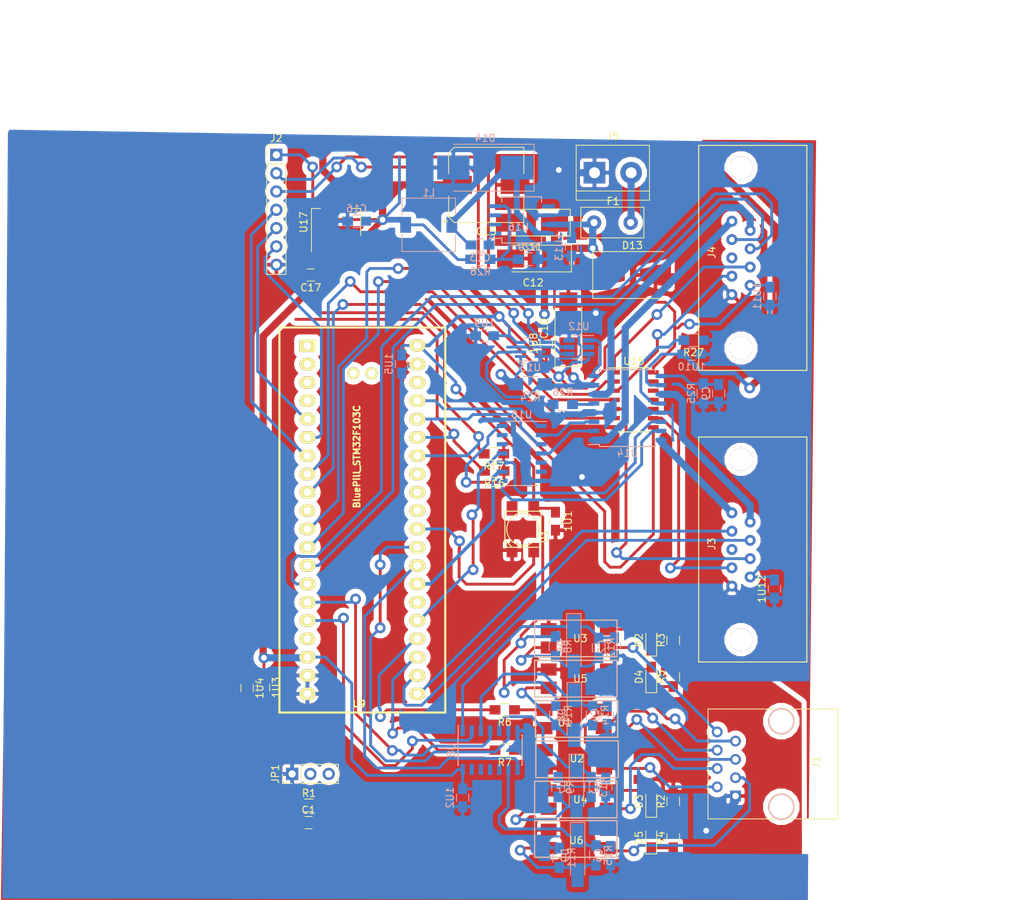
<source format=kicad_pcb>
(kicad_pcb (version 4) (host pcbnew 4.0.7)
  (title_block (title "Disper controller card") (date 2017-11-12) (rev A) (company Harpo))
  (layers (0 F.Cu signal) (31 B.Cu signal) (34 B.Paste user hide) (35 F.Paste user) (36 B.SilkS user) (37 F.SilkS user) (38 B.Mask user hide) (39 F.Mask user hide) (44 Edge.Cuts user))
  (net 0 "")
  (net 1 GND)
  (net 2 +24V)
  (net 3 "Net-(C3-Pad1)")
  (net 4 reset_in)
  (net 5 "Net-(D4-Pad1)")
  (net 6 "Net-(F1-Pad2)")
  (net 7 "Net-(J3-Pad2)")
  (net 8 LED)
  (net 9 +3V3)
  (net 10 "Net-(C5-Pad1)")
  (net 11 "Net-(C13-Pad1)")
  (net 12 "Net-(D5-Pad2)")
  (net 13 "Net-(D6-Pad2)")
  (net 14 "Net-(D7-Pad2)")
  (net 15 "Net-(D8-Pad2)")
  (net 16 "Net-(D9-Pad2)")
  (net 17 Limit_LOWER_M2)
  (net 18 Limit_upper_M2)
  (net 19 Limit_LOWER_M1)
  (net 20 "Net-(J3-Pad7)")
  (net 21 Limit_UPPER_M1)
  (net 22 SCL)
  (net 23 SDA)
  (net 24 OUT_M1)
  (net 25 OUT_M2)
  (net 26 Motor_Input_1A)
  (net 27 Motor_Input_1B)
  (net 28 Motor_Input_2B)
  (net 29 Motor_Input_2A)
  (net 30 ENC_A_M2)
  (net 31 ENC_B_M2)
  (net 32 ENC_A_M1)
  (net 33 ENC_B_M1)
  (net 34 Rot_Enc_SW)
  (net 35 Rot_Enc_B)
  (net 36 Rot_Enc_A)
  (net 37 CMD_M1)
  (net 38 CMD_M2)
  (net 39 Step_M1)
  (net 40 Step_M2)
  (net 41 GNDD)
  (net 42 +24Logic)
  (net 43 "Net-(U12-Pad1)")
  (net 44 "Net-(C2-Pad1)")
  (net 45 "Net-(C4-Pad1)")
  (net 46 "Net-(C9-Pad1)")
  (net 47 "Net-(C13-Pad2)")
  (net 48 "Net-(D2-Pad1)")
  (net 49 "Net-(D2-Pad2)")
  (net 50 "Net-(D3-Pad1)")
  (net 51 "Net-(D3-Pad2)")
  (net 52 "Net-(D4-Pad2)")
  (net 53 "Net-(D5-Pad1)")
  (net 54 "Net-(J1-Pad2)")
  (net 55 "Net-(J1-Pad3)")
  (net 56 "Net-(J1-Pad4)")
  (net 57 "Net-(J1-Pad6)")
  (net 58 "Net-(J1-Pad8)")
  (net 59 "Net-(J4-Pad2)")
  (net 60 "Net-(J4-Pad7)")
  (net 61 "Net-(R6-Pad1)")
  (net 62 "Net-(R7-Pad1)")
  (net 63 "Net-(R26-Pad1)")
  (net 64 "Net-(R27-Pad1)")
  (net 65 "Net-(R28-Pad2)")
  (net 66 "Net-(U10-Pad1)")
  (net 67 "Net-(U10-Pad9)")
  (net 68 "Net-(U10-Pad3)")
  (net 69 /MotorDriver/M2A)
  (net 70 /MotorDriver/M2B)
  (net 71 /MotorDriver/M1A)
  (net 72 /MotorDriver/M1B)
  (net 73 "Net-(C10-Pad1)")
  (net 74 "Net-(J1-Pad7)")
  (net 75 VDD)
  (net 76 "Net-(U10-Pad11)")
  (module Libs:BluePill_STM32F103C (layer F.Cu) (at 166.8145 69.4563)
    (fp_text reference U9 (at 7.1628 49.6062 180) (layer F.SilkS) (effects (font (size 0.889 0.889) (thickness 0.3048))))
    (fp_text value BluePill_STM32F103C (at 6.858 15.3162 90) (layer F.SilkS) (effects (font (size 0.889 0.889) (thickness 0.22225))))
    (pad 1 thru_hole rect (at 0 -0.0508 270) (size 1.7272 2.25) (drill 1.016) (layers *.Cu *.Mask F.SilkS))
    (pad 2 thru_hole oval (at 0 2.4892 270) (size 1.7272 2.25) (drill 1.016) (layers *.Cu *.Mask F.SilkS))
    (pad 3 thru_hole oval (at 0 5.0292 270) (size 1.7272 2.25) (drill 1.016) (layers *.Cu *.Mask F.SilkS))
    (pad 4 thru_hole oval (at 0 7.5692 270) (size 1.7272 2.25) (drill 1.016) (layers *.Cu *.Mask F.SilkS))
    (pad 5 thru_hole oval (at 0 10.1092 270) (size 1.7272 2.25) (drill 1.016) (layers *.Cu *.Mask F.SilkS) (net 36 Rot_Enc_A))
    (pad 6 thru_hole oval (at 0 12.6492 270) (size 1.7272 2.25) (drill 1.016) (layers *.Cu *.Mask F.SilkS) (net 35 Rot_Enc_B))
    (pad 7 thru_hole oval (at 0 15.1892 270) (size 1.7272 2.25) (drill 1.016) (layers *.Cu *.Mask F.SilkS) (net 34 Rot_Enc_SW))
    (pad 8 thru_hole oval (at 0 17.7292 270) (size 1.7272 2.25) (drill 1.016) (layers *.Cu *.Mask F.SilkS) (net 30 ENC_A_M2))
    (pad 9 thru_hole oval (at 0 20.2692 270) (size 1.7272 2.25) (drill 1.016) (layers *.Cu *.Mask F.SilkS) (net 31 ENC_B_M2))
    (pad 10 thru_hole oval (at 0 22.8092 270) (size 1.7272 2.25) (drill 1.016) (layers *.Cu *.Mask F.SilkS) (net 8 LED))
    (pad 11 thru_hole oval (at 0 25.3492 270) (size 1.7272 2.25) (drill 1.016) (layers *.Cu *.Mask F.SilkS) (net 32 ENC_A_M1))
    (pad 12 thru_hole oval (at 0 27.8892 270) (size 1.7272 2.25) (drill 1.016) (layers *.Cu *.Mask F.SilkS) (net 33 ENC_B_M1))
    (pad 13 thru_hole oval (at 0 30.4292 270) (size 1.7272 2.25) (drill 1.016) (layers *.Cu *.Mask F.SilkS) (net 21 Limit_UPPER_M1))
    (pad 14 thru_hole oval (at 0 32.9692 270) (size 1.7272 2.25) (drill 1.016) (layers *.Cu *.Mask F.SilkS) (net 19 Limit_LOWER_M1))
    (pad 15 thru_hole oval (at 0 35.5092 270) (size 1.7272 2.25) (drill 1.016) (layers *.Cu *.Mask F.SilkS) (net 39 Step_M1))
    (pad 16 thru_hole oval (at 0 38.0492 270) (size 1.7272 2.25) (drill 1.016) (layers *.Cu *.Mask F.SilkS) (net 37 CMD_M1))
    (pad 17 thru_hole oval (at 0 40.5892 270) (size 1.7272 2.25) (drill 1.016) (layers *.Cu *.Mask F.SilkS) (net 4 reset_in))
    (pad 18 thru_hole oval (at 0 43.1292 270) (size 1.7272 2.25) (drill 1.016) (layers *.Cu *.Mask F.SilkS) (net 9 +3V3))
    (pad 19 thru_hole oval (at 0 45.6692 270) (size 1.7272 2.25) (drill 1.016) (layers *.Cu *.Mask F.SilkS) (net 1 GND))
    (pad 20 thru_hole oval (at 0 48.2092 270) (size 1.7272 2.25) (drill 1.016) (layers *.Cu *.Mask F.SilkS) (net 1 GND))
    (pad 21 thru_hole oval (at 15.24 48.2092 90) (size 1.7272 2.25) (drill 1.016) (layers *.Cu *.Mask F.SilkS) (net 18 Limit_upper_M2))
    (pad 22 thru_hole oval (at 15.24 45.6692 90) (size 1.7272 2.25) (drill 1.016) (layers *.Cu *.Mask F.SilkS) (net 17 Limit_LOWER_M2))
    (pad 23 thru_hole oval (at 15.24 43.1292 90) (size 1.7272 2.25) (drill 1.016) (layers *.Cu *.Mask F.SilkS) (net 25 OUT_M2))
    (pad 24 thru_hole oval (at 15.24 40.5892 90) (size 1.7272 2.25) (drill 1.016) (layers *.Cu *.Mask F.SilkS) (net 24 OUT_M1))
    (pad 25 thru_hole oval (at 15.24 38.0492 90) (size 1.7272 2.25) (drill 1.016) (layers *.Cu *.Mask F.SilkS) (net 76 "Net-(U10-Pad11)"))
    (pad 26 thru_hole oval (at 15.24 35.5092 90) (size 1.7272 2.25) (drill 1.016) (layers *.Cu *.Mask F.SilkS))
    (pad 27 thru_hole oval (at 15.24 32.9692 90) (size 1.7272 2.25) (drill 1.016) (layers *.Cu *.Mask F.SilkS) (net 67 "Net-(U10-Pad9)"))
    (pad 28 thru_hole oval (at 15.24 30.4292 90) (size 1.7272 2.25) (drill 1.016) (layers *.Cu *.Mask F.SilkS) (net 40 Step_M2))
    (pad 29 thru_hole oval (at 15.24 27.8892 90) (size 1.7272 2.25) (drill 1.016) (layers *.Cu *.Mask F.SilkS) (net 38 CMD_M2))
    (pad 30 thru_hole oval (at 15.24 25.3492 90) (size 1.7272 2.25) (drill 1.016) (layers *.Cu *.Mask F.SilkS) (net 8 LED))
    (pad 31 thru_hole oval (at 15.24 22.8092 90) (size 1.7272 2.25) (drill 1.016) (layers *.Cu *.Mask F.SilkS))
    (pad 32 thru_hole oval (at 15.24 20.2692 90) (size 1.7272 2.25) (drill 1.016) (layers *.Cu *.Mask F.SilkS))
    (pad 33 thru_hole oval (at 15.24 17.7292 90) (size 1.7272 2.25) (drill 1.016) (layers *.Cu *.Mask F.SilkS))
    (pad 34 thru_hole oval (at 15.24 15.1892 90) (size 1.7272 2.25) (drill 1.016) (layers *.Cu *.Mask F.SilkS) (net 22 SCL))
    (pad 35 thru_hole oval (at 15.24 12.6492 90) (size 1.7272 2.25) (drill 1.016) (layers *.Cu *.Mask F.SilkS) (net 23 SDA))
    (pad 36 thru_hole oval (at 15.24 10.1092 90) (size 1.7272 2.25) (drill 1.016) (layers *.Cu *.Mask F.SilkS) (net 68 "Net-(U10-Pad3)"))
    (pad 37 thru_hole oval (at 15.24 7.5692 90) (size 1.7272 2.25) (drill 1.016) (layers *.Cu *.Mask F.SilkS) (net 66 "Net-(U10-Pad1)"))
    (pad 38 thru_hole oval (at 15.24 5.0292 90) (size 1.7272 2.25) (drill 1.016) (layers *.Cu *.Mask F.SilkS))
    (pad 39 thru_hole oval (at 15.24 2.4892 90) (size 1.7272 2.25) (drill 1.016) (layers *.Cu *.Mask F.SilkS) (net 1 GND))
    (pad 40 thru_hole oval (at 15.24 -0.1016 90) (size 1.7272 2.25) (drill 1.016) (layers *.Cu *.Mask F.SilkS) (net 9 +3V3))
    (pad 41 thru_hole oval (at 8.9 3.7592 90) (size 1.7272 1.7272) (drill 1.016) (layers *.Cu *.Mask F.SilkS))
    (pad 42 thru_hole oval (at 6.36 3.7592 90) (size 1.7272 1.7272) (drill 1.016) (layers *.Cu *.Mask F.SilkS))
  )
  (module Libs:817opto (layer F.Cu) (at 199.699 119.888)
    (fp_text reference U1 (at 2.8152 1.778) (layer F.SilkS))
    (fp_text value PC817)
    (pad 1 smd rect (at 0 0) (size 2.2 1.7) (layers F.Cu F.Paste F.Mask) (net 61 "Net-(R6-Pad1)"))
    (pad 2 smd rect (at 0 2.54) (size 2.2 1.7) (layers F.Cu F.Paste F.Mask) (net 1 GND))
    (pad 3 smd rect (at 8.2 2.54) (size 2.2 1.7) (layers F.Cu F.Paste F.Mask) (net 57 "Net-(J1-Pad6)"))
    (pad 4 smd rect (at 8.2 0) (size 2.2 1.7) (layers F.Cu F.Paste F.Mask) (net 42 +24Logic))
  )
  (module Capacitors_SMD:C_0805_HandSoldering (layer F.Cu) (at 201.2188 93.726 270)
    (fp_text reference 1U1 (at 0 -1.75 270) (layer F.SilkS))
    (fp_text value 0,1U)
    (pad 1 smd rect (at -1.25 0 270) (size 1.5 1.25) (layers F.Cu F.Paste F.Mask) (net 9 +3V3))
    (pad 2 smd rect (at 1.25 0 270) (size 1.5 1.25) (layers F.Cu F.Paste F.Mask) (net 1 GND))
  )
  (module Capacitors_SMD:C_0805_HandSoldering (layer B.Cu) (at 188.341 132.08 270)
    (fp_text reference 1U2 (at 0 1.75 270) (layer B.SilkS) (effects (justify mirror)))
    (fp_text value 0,1U)
    (pad 1 smd rect (at -1.25 0 270) (size 1.5 1.25) (layers B.Cu B.Paste B.Mask) (net 9 +3V3))
    (pad 2 smd rect (at 1.25 0 270) (size 1.5 1.25) (layers B.Cu B.Paste B.Mask) (net 1 GND))
  )
  (module Capacitors_SMD:C_0805_HandSoldering (layer F.Cu) (at 160.7312 116.7892 270)
    (fp_text reference 1U3 (at 0 -1.75 270) (layer F.SilkS))
    (fp_text value 0,1U)
    (pad 1 smd rect (at -1.25 0 270) (size 1.5 1.25) (layers F.Cu F.Paste F.Mask) (net 9 +3V3))
    (pad 2 smd rect (at 1.25 0 270) (size 1.5 1.25) (layers F.Cu F.Paste F.Mask) (net 1 GND))
  )
  (module Capacitors_SMD:C_0805_HandSoldering (layer F.Cu) (at 158.4452 116.8908 270)
    (fp_text reference 1U4 (at 0 -1.75 270) (layer F.SilkS))
    (fp_text value 0,1U)
    (pad 1 smd rect (at -1.25 0 270) (size 1.5 1.25) (layers F.Cu F.Paste F.Mask) (net 9 +3V3))
    (pad 2 smd rect (at 1.25 0 270) (size 1.5 1.25) (layers F.Cu F.Paste F.Mask) (net 1 GND))
  )
  (module Capacitors_SMD:C_0805_HandSoldering (layer B.Cu) (at 179.8828 71.9328 270)
    (fp_text reference 1U5 (at 0 1.75 270) (layer B.SilkS) (effects (justify mirror)))
    (fp_text value 0,1U)
    (pad 1 smd rect (at -1.25 0 270) (size 1.5 1.25) (layers B.Cu B.Paste B.Mask) (net 9 +3V3))
    (pad 2 smd rect (at 1.25 0 270) (size 1.5 1.25) (layers B.Cu B.Paste B.Mask) (net 1 GND))
  )
  (module Capacitors_SMD:C_0805_HandSoldering (layer F.Cu) (at 199.9488 69.0572 90)
    (fp_text reference 1U8 (at 0 -1.75 90) (layer F.SilkS))
    (fp_text value 0,1U)
    (pad 1 smd rect (at -1.25 0 90) (size 1.5 1.25) (layers F.Cu F.Paste F.Mask) (net 9 +3V3))
    (pad 2 smd rect (at 1.25 0 90) (size 1.5 1.25) (layers F.Cu F.Paste F.Mask) (net 1 GND))
  )
  (module Capacitors_SMD:C_0805_HandSoldering (layer B.Cu) (at 191.389 68.0085 180)
    (fp_text reference 1U9 (at 0 1.75 180) (layer B.SilkS) (effects (justify mirror)))
    (fp_text value 0,1U)
    (pad 1 smd rect (at -1.25 0 180) (size 1.5 1.25) (layers B.Cu B.Paste B.Mask) (net 9 +3V3))
    (pad 2 smd rect (at 1.25 0 180) (size 1.5 1.25) (layers B.Cu B.Paste B.Mask) (net 1 GND))
  )
  (module Capacitors_SMD:C_0805_HandSoldering (layer B.Cu) (at 220.1164 70.5612)
    (fp_text reference 1U10 (at 0 1.75) (layer B.SilkS) (effects (justify mirror)))
    (fp_text value 0,1U)
    (pad 1 smd rect (at -1.25 0) (size 1.5 1.25) (layers B.Cu B.Paste B.Mask) (net 75 VDD))
    (pad 2 smd rect (at 1.25 0) (size 1.5 1.25) (layers B.Cu B.Paste B.Mask) (net 1 GND))
  )
  (module Capacitors_SMD:C_0805_HandSoldering (layer B.Cu) (at 230.9495 62.5275 270)
    (fp_text reference 1U11 (at 0 1.75 270) (layer B.SilkS) (effects (justify mirror)))
    (fp_text value 0,1U)
    (pad 1 smd rect (at -1.25 0 270) (size 1.5 1.25) (layers B.Cu B.Paste B.Mask) (net 9 +3V3))
    (pad 2 smd rect (at 1.25 0 270) (size 1.5 1.25) (layers B.Cu B.Paste B.Mask) (net 1 GND))
  )
  (module Capacitors_SMD:C_0805_HandSoldering (layer B.Cu) (at 231.5845 103.124 270)
    (fp_text reference 1U12 (at 0 1.75 270) (layer F.SilkS))
    (fp_text value 0,1U)
    (pad 1 smd rect (at -1.25 0 270) (size 1.5 1.25) (layers B.Cu B.Paste B.Mask) (net 9 +3V3))
    (pad 2 smd rect (at 1.25 0 270) (size 1.5 1.25) (layers B.Cu B.Paste B.Mask) (net 1 GND))
  )
  (module Capacitors_SMD:C_0805_HandSoldering (layer F.Cu) (at 166.9796 135.5344)
    (fp_text reference C1 (at 0 -1.75) (layer F.SilkS))
    (fp_text value 0,1u)
    (pad 1 smd rect (at -1.25 0) (size 1.5 1.25) (layers F.Cu F.Paste F.Mask))
    (pad 2 smd rect (at 1.25 0) (size 1.5 1.25) (layers F.Cu F.Paste F.Mask) (net 4 reset_in))
  )
  (module Capacitors_SMD:C_0805_HandSoldering (layer B.Cu) (at 209.3976 111.1504 270)
    (fp_text reference C2 (at 0 1.75 270) (layer B.SilkS) (effects (justify mirror)))
    (fp_text value 0.1uF)
    (pad 1 smd rect (at -1.25 0 270) (size 1.5 1.25) (layers B.Cu B.Paste B.Mask) (net 44 "Net-(C2-Pad1)"))
    (pad 2 smd rect (at 1.25 0 270) (size 1.5 1.25) (layers B.Cu B.Paste B.Mask) (net 1 GND))
  )
  (module Capacitors_SMD:C_0805_HandSoldering (layer B.Cu) (at 208.190921 130.600639 270)
    (fp_text reference C3 (at 0 1.75 270) (layer B.SilkS) (effects (justify mirror)))
    (fp_text value 0.1uF)
    (pad 1 smd rect (at -1.25 0 270) (size 1.5 1.25) (layers B.Cu B.Paste B.Mask) (net 3 "Net-(C3-Pad1)"))
    (pad 2 smd rect (at 1.25 0 270) (size 1.5 1.25) (layers B.Cu B.Paste B.Mask) (net 1 GND))
  )
  (module Capacitors_SMD:C_0805_HandSoldering (layer B.Cu) (at 208.398898 120.638142 270)
    (fp_text reference C4 (at 0 1.75 270) (layer B.SilkS) (effects (justify mirror)))
    (fp_text value 0.1uF)
    (pad 1 smd rect (at -1.25 0 270) (size 1.5 1.25) (layers B.Cu B.Paste B.Mask) (net 45 "Net-(C4-Pad1)"))
    (pad 2 smd rect (at 1.25 0 270) (size 1.5 1.25) (layers B.Cu B.Paste B.Mask) (net 1 GND))
  )
  (module Capacitors_SMD:C_0805_HandSoldering (layer B.Cu) (at 208.862577 140.071371 270)
    (fp_text reference C5 (at 0 1.75 270) (layer B.SilkS) (effects (justify mirror)))
    (fp_text value 0.1uF)
    (pad 1 smd rect (at -1.25 0 270) (size 1.5 1.25) (layers B.Cu B.Paste B.Mask) (net 10 "Net-(C5-Pad1)"))
    (pad 2 smd rect (at 1.25 0 270) (size 1.5 1.25) (layers B.Cu B.Paste B.Mask) (net 1 GND))
  )
  (module Capacitors_SMD:C_0805_HandSoldering (layer B.Cu) (at 223.8375 76.0095 270)
    (fp_text reference C9 (at 0 1.75 270) (layer B.SilkS) (effects (justify mirror)))
    (fp_text value 680pF)
    (pad 1 smd rect (at -1.25 0 270) (size 1.5 1.25) (layers B.Cu B.Paste B.Mask) (net 46 "Net-(C9-Pad1)"))
    (pad 2 smd rect (at 1.25 0 270) (size 1.5 1.25) (layers B.Cu B.Paste B.Mask) (net 1 GND))
  )
  (module Capacitors_Tantalum_SMD:CP_Tantalum_Case-C_EIA-6032-28_Hand (layer F.Cu) (at 203.0095 66.9925 90)
    (fp_text reference C10 (at 0 -3.35 90) (layer F.SilkS))
    (fp_text value 47uF)
    (pad 1 smd rect (at -3.125 0 90) (size 3.75 2.5) (layers F.Cu F.Paste F.Mask) (net 73 "Net-(C10-Pad1)"))
    (pad 2 smd rect (at 3.125 0 90) (size 3.75 2.5) (layers F.Cu F.Paste F.Mask) (net 1 GND))
  )
  (module Libs:WS2812B (layer F.Cu) (at 196.6976 94.8436 270)
    (fp_text reference D1 (at 1 -3 270) (layer F.SilkS))
    (fp_text value WS2812B)
    (pad 1 smd trapezoid (at 2.9 1.5 270) (size 2 1.5) (layers F.Cu F.Paste F.Mask) (net 1 GND))
    (pad 2 smd trapezoid (at 2.9 -1.5 270) (size 2 1.5) (layers F.Cu F.Paste F.Mask) (net 8 LED))
    (pad 3 smd trapezoid (at -2.9 -1.5 270) (size 2 1.5) (layers F.Cu F.Paste F.Mask) (net 9 +3V3))
    (pad 4 smd trapezoid (at -2.9 1.5 270) (size 2 1.5) (layers F.Cu F.Paste F.Mask))
  )
  (module LEDs:LED_0805_HandSoldering (layer F.Cu) (at 214.503 110.236 90)
    (fp_text reference D2 (at 0 -1.7 90) (layer F.SilkS))
    (fp_text value LED)
    (pad 1 smd rect (at -1.35 0 90) (size 1.5 1.3) (layers F.Cu F.Paste F.Mask) (net 48 "Net-(D2-Pad1)"))
    (pad 2 smd rect (at 1.35 0 90) (size 1.5 1.3) (layers F.Cu F.Paste F.Mask) (net 49 "Net-(D2-Pad2)"))
  )
  (module LEDs:LED_0805_HandSoldering (layer F.Cu) (at 214.503 132.588 90)
    (fp_text reference D3 (at 0 -1.7 90) (layer F.SilkS))
    (fp_text value LED)
    (pad 1 smd rect (at -1.35 0 90) (size 1.5 1.3) (layers F.Cu F.Paste F.Mask) (net 50 "Net-(D3-Pad1)"))
    (pad 2 smd rect (at 1.35 0 90) (size 1.5 1.3) (layers F.Cu F.Paste F.Mask) (net 51 "Net-(D3-Pad2)"))
  )
  (module LEDs:LED_0805_HandSoldering (layer F.Cu) (at 214.503 115.316 90)
    (fp_text reference D4 (at 0 -1.7 90) (layer F.SilkS))
    (fp_text value LED)
    (pad 1 smd rect (at -1.35 0 90) (size 1.5 1.3) (layers F.Cu F.Paste F.Mask) (net 5 "Net-(D4-Pad1)"))
    (pad 2 smd rect (at 1.35 0 90) (size 1.5 1.3) (layers F.Cu F.Paste F.Mask) (net 52 "Net-(D4-Pad2)"))
  )
  (module LEDs:LED_0805_HandSoldering (layer F.Cu) (at 214.503 137.668 90)
    (fp_text reference D5 (at 0 -1.7 90) (layer F.SilkS))
    (fp_text value LED)
    (pad 1 smd rect (at -1.35 0 90) (size 1.5 1.3) (layers F.Cu F.Paste F.Mask) (net 53 "Net-(D5-Pad1)"))
    (pad 2 smd rect (at 1.35 0 90) (size 1.5 1.3) (layers F.Cu F.Paste F.Mask) (net 12 "Net-(D5-Pad2)"))
  )
  (module Diodes_SMD:D_MiniMELF_Handsoldering (layer B.Cu) (at 203.768421 111.095231 270)
    (fp_text reference D6 (at 0 1.75 270) (layer B.SilkS) (effects (justify mirror)))
    (fp_text value 1m4148)
    (pad 1 smd rect (at -2.75 0 270) (size 3.3 1.7) (layers B.Cu B.Paste B.Mask) (net 44 "Net-(C2-Pad1)"))
    (pad 2 smd rect (at 2.75 0 270) (size 3.3 1.7) (layers B.Cu B.Paste B.Mask) (net 13 "Net-(D6-Pad2)"))
  )
  (module Diodes_SMD:D_MiniMELF_Handsoldering (layer B.Cu) (at 204.126921 130.600639 270)
    (fp_text reference D7 (at 0 1.75 270) (layer B.SilkS) (effects (justify mirror)))
    (fp_text value 1m4148)
    (pad 1 smd rect (at -2.75 0 270) (size 3.3 1.7) (layers B.Cu B.Paste B.Mask) (net 3 "Net-(C3-Pad1)"))
    (pad 2 smd rect (at 2.75 0 270) (size 3.3 1.7) (layers B.Cu B.Paste B.Mask) (net 14 "Net-(D7-Pad2)"))
  )
  (module Diodes_SMD:D_MiniMELF_Handsoldering (layer B.Cu) (at 203.826898 120.638142 270)
    (fp_text reference D8 (at 0 1.75 270) (layer B.SilkS) (effects (justify mirror)))
    (fp_text value 1n4148)
    (pad 1 smd rect (at -2.75 0 270) (size 3.3 1.7) (layers B.Cu B.Paste B.Mask) (net 45 "Net-(C4-Pad1)"))
    (pad 2 smd rect (at 2.75 0 270) (size 3.3 1.7) (layers B.Cu B.Paste B.Mask) (net 15 "Net-(D8-Pad2)"))
  )
  (module Diodes_SMD:D_MiniMELF_Handsoldering (layer B.Cu) (at 204.290577 140.071371 270)
    (fp_text reference D9 (at 0 1.75 270) (layer B.SilkS) (effects (justify mirror)))
    (fp_text value 1n4148)
    (pad 1 smd rect (at -2.75 0 270) (size 3.3 1.7) (layers B.Cu B.Paste B.Mask) (net 10 "Net-(C5-Pad1)"))
    (pad 2 smd rect (at 2.75 0 270) (size 3.3 1.7) (layers B.Cu B.Paste B.Mask) (net 16 "Net-(D9-Pad2)"))
  )
  (module Connectors:RJ45_8 (layer F.Cu) (at 226.187 131.8428 90)
    (fp_text reference J1 (at 4.7 11.18 90) (layer F.SilkS))
    (fp_text value RJ45)
    (pad Hole np_thru_hole circle (at 10.38 6.35 90) (size 3.65 3.65) (drill 3.25) (layers *.Cu *.SilkS *.Mask))
    (pad Hole np_thru_hole circle (at -1.49 6.35 90) (size 3.65 3.65) (drill 3.25) (layers *.Cu *.SilkS *.Mask))
    (pad 1 thru_hole rect (at 0 0 90) (size 1.5 1.5) (drill 0.9) (layers *.Cu *.Mask) (net 41 GNDD))
    (pad 2 thru_hole circle (at 1.27 -2.54 90) (size 1.5 1.5) (drill 0.9) (layers *.Cu *.Mask) (net 54 "Net-(J1-Pad2)"))
    (pad 3 thru_hole circle (at 2.54 0 90) (size 1.5 1.5) (drill 0.9) (layers *.Cu *.Mask) (net 55 "Net-(J1-Pad3)"))
    (pad 4 thru_hole circle (at 3.81 -2.54 90) (size 1.5 1.5) (drill 0.9) (layers *.Cu *.Mask) (net 56 "Net-(J1-Pad4)"))
    (pad 5 thru_hole circle (at 5.08 0 90) (size 1.5 1.5) (drill 0.9) (layers *.Cu *.Mask) (net 42 +24Logic))
    (pad 6 thru_hole circle (at 6.35 -2.54 90) (size 1.5 1.5) (drill 0.9) (layers *.Cu *.Mask) (net 57 "Net-(J1-Pad6)"))
    (pad 7 thru_hole circle (at 7.62 0 90) (size 1.5 1.5) (drill 0.9) (layers *.Cu *.Mask) (net 74 "Net-(J1-Pad7)"))
    (pad 8 thru_hole circle (at 8.89 -2.54 90) (size 1.5 1.5) (drill 0.9) (layers *.Cu *.Mask) (net 58 "Net-(J1-Pad8)"))
  )
  (module Libs:Dsub9 (layer F.Cu) (at 225.679 97.6535 90)
    (fp_text reference J3 (at 0.762 -2.794 90) (layer F.SilkS))
    (fp_text value Motor2_con)
    (pad 1 thru_hole circle (at -5.08 0 90) (size 1.524 1.524) (drill 0.762) (layers *.Cu *.Mask) (net 1 GND))
    (pad 2 thru_hole circle (at -2.54 0 90) (size 1.524 1.524) (drill 0.762) (layers *.Cu *.Mask) (net 7 "Net-(J3-Pad2)"))
    (pad 3 thru_hole circle (at 0 0 90) (size 1.524 1.524) (drill 0.762) (layers *.Cu *.Mask))
    (pad 4 thru_hole circle (at 2.54 0 90) (size 1.524 1.524) (drill 0.762) (layers *.Cu *.Mask) (net 18 Limit_upper_M2))
    (pad 5 thru_hole circle (at 5.08 0 90) (size 1.524 1.524) (drill 0.762) (layers *.Cu *.Mask) (net 69 /MotorDriver/M2A))
    (pad 6 thru_hole circle (at -3.81 2.54 90) (size 1.524 1.524) (drill 0.762) (layers *.Cu *.Mask) (net 9 +3V3))
    (pad 7 thru_hole circle (at -1.27 2.54 90) (size 1.524 1.524) (drill 0.762) (layers *.Cu *.Mask) (net 20 "Net-(J3-Pad7)"))
    (pad 8 thru_hole circle (at 1.27 2.54 90) (size 1.524 1.524) (drill 0.762) (layers *.Cu *.Mask) (net 17 Limit_LOWER_M2))
    (pad 9 thru_hole circle (at 3.81 2.54 90) (size 1.524 1.524) (drill 0.762) (layers *.Cu *.Mask) (net 70 /MotorDriver/M2B))
    (pad "" thru_hole circle (at -12.5 1.27 90) (size 3.2 3.2) (drill 3.2) (layers *.Cu *.Mask))
    (pad "" thru_hole circle (at 12.5 1.27 90) (size 3.2 3.2) (drill 3.2) (layers *.Cu *.Mask))
  )
  (module Libs:Dsub9 (layer F.Cu) (at 225.679 57.2135 90)
    (fp_text reference J4 (at 0.762 -2.794 90) (layer F.SilkS))
    (fp_text value Motor1_con)
    (pad 1 thru_hole circle (at -5.08 0 90) (size 1.524 1.524) (drill 0.762) (layers *.Cu *.Mask) (net 1 GND))
    (pad 2 thru_hole circle (at -2.54 0 90) (size 1.524 1.524) (drill 0.762) (layers *.Cu *.Mask) (net 59 "Net-(J4-Pad2)"))
    (pad 3 thru_hole circle (at 0 0 90) (size 1.524 1.524) (drill 0.762) (layers *.Cu *.Mask))
    (pad 4 thru_hole circle (at 2.54 0 90) (size 1.524 1.524) (drill 0.762) (layers *.Cu *.Mask) (net 21 Limit_UPPER_M1))
    (pad 5 thru_hole circle (at 5.08 0 90) (size 1.524 1.524) (drill 0.762) (layers *.Cu *.Mask) (net 71 /MotorDriver/M1A))
    (pad 6 thru_hole circle (at -3.81 2.54 90) (size 1.524 1.524) (drill 0.762) (layers *.Cu *.Mask) (net 9 +3V3))
    (pad 7 thru_hole circle (at -1.27 2.54 90) (size 1.524 1.524) (drill 0.762) (layers *.Cu *.Mask) (net 60 "Net-(J4-Pad7)"))
    (pad 8 thru_hole circle (at 1.27 2.54 90) (size 1.524 1.524) (drill 0.762) (layers *.Cu *.Mask) (net 19 Limit_LOWER_M1))
    (pad 9 thru_hole circle (at 3.81 2.54 90) (size 1.524 1.524) (drill 0.762) (layers *.Cu *.Mask) (net 72 /MotorDriver/M1B))
    (pad "" thru_hole circle (at -12.5 1.27 90) (size 3.2 3.2) (drill 3.2) (layers *.Cu *.Mask))
    (pad "" thru_hole circle (at 12.5 1.27 90) (size 3.2 3.2) (drill 3.2) (layers *.Cu *.Mask))
  )
  (module Pin_Headers:Pin_Header_Straight_1x03_Pitch2.54mm (layer F.Cu) (at 164.6936 128.778 90)
    (fp_text reference JP1 (at 0 -2.33 90) (layer F.SilkS))
    (fp_text value Jumper)
    (pad 1 thru_hole rect (at 0 0 90) (size 1.7 1.7) (drill 1) (layers *.Cu *.Mask) (net 1 GND))
    (pad 2 thru_hole oval (at 0 2.54 90) (size 1.7 1.7) (drill 1) (layers *.Cu *.Mask) (net 4 reset_in))
    (pad 3 thru_hole oval (at 0 5.08 90) (size 1.7 1.7) (drill 1) (layers *.Cu *.Mask))
  )
  (module Resistors_SMD:R_0805_HandSoldering (layer F.Cu) (at 217.551 132.588 90)
    (fp_text reference R2 (at 0 -1.7 90) (layer F.SilkS))
    (fp_text value 1K)
    (pad 1 smd rect (at -1.35 0 90) (size 1.5 1.3) (layers F.Cu F.Paste F.Mask) (net 50 "Net-(D3-Pad1)"))
    (pad 2 smd rect (at 1.35 0 90) (size 1.5 1.3) (layers F.Cu F.Paste F.Mask) (net 41 GNDD))
  )
  (module Resistors_SMD:R_0805_HandSoldering (layer F.Cu) (at 217.551 110.236 90)
    (fp_text reference R3 (at 0 -1.7 90) (layer F.SilkS))
    (fp_text value 1K)
    (pad 1 smd rect (at -1.35 0 90) (size 1.5 1.3) (layers F.Cu F.Paste F.Mask) (net 48 "Net-(D2-Pad1)"))
    (pad 2 smd rect (at 1.35 0 90) (size 1.5 1.3) (layers F.Cu F.Paste F.Mask) (net 41 GNDD))
  )
  (module Resistors_SMD:R_0805_HandSoldering (layer F.Cu) (at 217.551 137.668 90)
    (fp_text reference R4 (at 0 -1.7 90) (layer F.SilkS))
    (fp_text value 1K)
    (pad 1 smd rect (at -1.35 0 90) (size 1.5 1.3) (layers F.Cu F.Paste F.Mask) (net 53 "Net-(D5-Pad1)"))
    (pad 2 smd rect (at 1.35 0 90) (size 1.5 1.3) (layers F.Cu F.Paste F.Mask) (net 41 GNDD))
  )
  (module Resistors_SMD:R_0805_HandSoldering (layer F.Cu) (at 217.551 115.316 90)
    (fp_text reference R5 (at 0 -1.7 90) (layer F.SilkS))
    (fp_text value 1K)
    (pad 1 smd rect (at -1.35 0 90) (size 1.5 1.3) (layers F.Cu F.Paste F.Mask) (net 5 "Net-(D4-Pad1)"))
    (pad 2 smd rect (at 1.35 0 90) (size 1.5 1.3) (layers F.Cu F.Paste F.Mask) (net 41 GNDD))
  )
  (module Resistors_SMD:R_0805_HandSoldering (layer F.Cu) (at 194.183 119.888 180)
    (fp_text reference R6 (at 0 -1.7 180) (layer F.SilkS))
    (fp_text value 120R)
    (pad 1 smd rect (at -1.35 0 180) (size 1.5 1.3) (layers F.Cu F.Paste F.Mask) (net 61 "Net-(R6-Pad1)"))
    (pad 2 smd rect (at 1.35 0 180) (size 1.5 1.3) (layers F.Cu F.Paste F.Mask) (net 24 OUT_M1))
  )
  (module Resistors_SMD:R_0805_HandSoldering (layer F.Cu) (at 194.183 125.476 180)
    (fp_text reference R7 (at 0 -1.7 180) (layer F.SilkS))
    (fp_text value 120R)
    (pad 1 smd rect (at -1.35 0 180) (size 1.5 1.3) (layers F.Cu F.Paste F.Mask) (net 62 "Net-(R7-Pad1)"))
    (pad 2 smd rect (at 1.35 0 180) (size 1.5 1.3) (layers F.Cu F.Paste F.Mask) (net 25 OUT_M2))
  )
  (module Resistors_SMD:R_0805_HandSoldering (layer B.Cu) (at 201.228421 111.095231 90)
    (fp_text reference R8 (at 0 1.7 90) (layer B.SilkS) (effects (justify mirror)))
    (fp_text value 10K)
    (pad 1 smd rect (at -1.35 0 90) (size 1.5 1.3) (layers B.Cu B.Paste B.Mask) (net 13 "Net-(D6-Pad2)"))
    (pad 2 smd rect (at 1.35 0 90) (size 1.5 1.3) (layers B.Cu B.Paste B.Mask) (net 9 +3V3))
  )
  (module Resistors_SMD:R_0805_HandSoldering (layer B.Cu) (at 201.586921 130.600639 90)
    (fp_text reference R9 (at 0 1.7 90) (layer B.SilkS) (effects (justify mirror)))
    (fp_text value 10K)
    (pad 1 smd rect (at -1.35 0 90) (size 1.5 1.3) (layers B.Cu B.Paste B.Mask) (net 14 "Net-(D7-Pad2)"))
    (pad 2 smd rect (at 1.35 0 90) (size 1.5 1.3) (layers B.Cu B.Paste B.Mask) (net 9 +3V3))
  )
  (module Resistors_SMD:R_0805_HandSoldering (layer B.Cu) (at 201.286898 120.638142 90)
    (fp_text reference R10 (at 0 1.7 90) (layer B.SilkS) (effects (justify mirror)))
    (fp_text value 10K)
    (pad 1 smd rect (at -1.35 0 90) (size 1.5 1.3) (layers B.Cu B.Paste B.Mask) (net 15 "Net-(D8-Pad2)"))
    (pad 2 smd rect (at 1.35 0 90) (size 1.5 1.3) (layers B.Cu B.Paste B.Mask) (net 9 +3V3))
  )
  (module Resistors_SMD:R_0805_HandSoldering (layer B.Cu) (at 201.750577 140.405371 90)
    (fp_text reference R11 (at 0 1.7 90) (layer B.SilkS) (effects (justify mirror)))
    (fp_text value 10K)
    (pad 1 smd rect (at -1.35 0 90) (size 1.5 1.3) (layers B.Cu B.Paste B.Mask) (net 16 "Net-(D9-Pad2)"))
    (pad 2 smd rect (at 1.35 0 90) (size 1.5 1.3) (layers B.Cu B.Paste B.Mask) (net 9 +3V3))
  )
  (module Resistors_SMD:R_0805_HandSoldering (layer B.Cu) (at 207.2132 111.3028 90)
    (fp_text reference R12 (at 0 1.7 90) (layer B.SilkS) (effects (justify mirror)))
    (fp_text value 10K)
    (pad 1 smd rect (at -1.35 0 90) (size 1.5 1.3) (layers B.Cu B.Paste B.Mask) (net 13 "Net-(D6-Pad2)"))
    (pad 2 smd rect (at 1.35 0 90) (size 1.5 1.3) (layers B.Cu B.Paste B.Mask) (net 44 "Net-(C2-Pad1)"))
  )
  (module Resistors_SMD:R_0805_HandSoldering (layer B.Cu) (at 206.158921 130.600639 90)
    (fp_text reference R13 (at 0 1.7 90) (layer B.SilkS) (effects (justify mirror)))
    (fp_text value 10K)
    (pad 1 smd rect (at -1.35 0 90) (size 1.5 1.3) (layers B.Cu B.Paste B.Mask) (net 14 "Net-(D7-Pad2)"))
    (pad 2 smd rect (at 1.35 0 90) (size 1.5 1.3) (layers B.Cu B.Paste B.Mask) (net 3 "Net-(C3-Pad1)"))
  )
  (module Resistors_SMD:R_0805_HandSoldering (layer B.Cu) (at 206.366898 120.638142 90)
    (fp_text reference R14 (at 0 1.7 90) (layer B.SilkS) (effects (justify mirror)))
    (fp_text value 10K)
    (pad 1 smd rect (at -1.35 0 90) (size 1.5 1.3) (layers B.Cu B.Paste B.Mask) (net 15 "Net-(D8-Pad2)"))
    (pad 2 smd rect (at 1.35 0 90) (size 1.5 1.3) (layers B.Cu B.Paste B.Mask) (net 45 "Net-(C4-Pad1)"))
  )
  (module Resistors_SMD:R_0805_HandSoldering (layer B.Cu) (at 206.830577 140.071371 90)
    (fp_text reference R15 (at 0 1.7 90) (layer B.SilkS) (effects (justify mirror)))
    (fp_text value 10K)
    (pad 1 smd rect (at -1.35 0 90) (size 1.5 1.3) (layers B.Cu B.Paste B.Mask) (net 16 "Net-(D9-Pad2)"))
    (pad 2 smd rect (at 1.35 0 90) (size 1.5 1.3) (layers B.Cu B.Paste B.Mask) (net 10 "Net-(C5-Pad1)"))
  )
  (module Resistors_SMD:R_0805_HandSoldering (layer F.Cu) (at 192.7352 86.7664 180)
    (fp_text reference R16 (at 0 -1.7 180) (layer F.SilkS))
    (fp_text value 2K)
    (pad 1 smd rect (at -1.35 0 180) (size 1.5 1.3) (layers F.Cu F.Paste F.Mask) (net 9 +3V3))
    (pad 2 smd rect (at 1.35 0 180) (size 1.5 1.3) (layers F.Cu F.Paste F.Mask) (net 23 SDA))
  )
  (module Resistors_SMD:R_0805_HandSoldering (layer F.Cu) (at 192.6844 84.3788 180)
    (fp_text reference R17 (at 0 -1.7 180) (layer F.SilkS))
    (fp_text value 2K)
    (pad 1 smd rect (at -1.35 0 180) (size 1.5 1.3) (layers F.Cu F.Paste F.Mask) (net 9 +3V3))
    (pad 2 smd rect (at 1.35 0 180) (size 1.5 1.3) (layers F.Cu F.Paste F.Mask) (net 22 SCL))
  )
  (module Resistors_SMD:R_1206_HandSoldering (layer B.Cu) (at 197.739 74.7395)
    (fp_text reference R24 (at 0 1.85) (layer B.SilkS) (effects (justify mirror)))
    (fp_text value 0,1R)
    (pad 1 smd rect (at -2 0) (size 2 1.7) (layers B.Cu B.Paste B.Mask) (net 2 +24V))
    (pad 2 smd rect (at 2 0) (size 2 1.7) (layers B.Cu B.Paste B.Mask) (net 73 "Net-(C10-Pad1)"))
  )
  (module Resistors_SMD:R_0805_HandSoldering (layer B.Cu) (at 221.742 76.0095 270)
    (fp_text reference R25 (at 0 1.7 270) (layer B.SilkS) (effects (justify mirror)))
    (fp_text value 56K)
    (pad 1 smd rect (at -1.35 0 270) (size 1.5 1.3) (layers B.Cu B.Paste B.Mask) (net 46 "Net-(C9-Pad1)"))
    (pad 2 smd rect (at 1.35 0 270) (size 1.5 1.3) (layers B.Cu B.Paste B.Mask) (net 1 GND))
  )
  (module Resistors_SMD:R_0805_HandSoldering (layer B.Cu) (at 202.231 77.5335 180)
    (fp_text reference R26 (at 0 1.7 180) (layer B.SilkS) (effects (justify mirror)))
    (fp_text value 0R5)
    (pad 1 smd rect (at -1.35 0 180) (size 1.5 1.3) (layers B.Cu B.Paste B.Mask) (net 63 "Net-(R26-Pad1)"))
    (pad 2 smd rect (at 1.35 0 180) (size 1.5 1.3) (layers B.Cu B.Paste B.Mask) (net 1 GND))
  )
  (module Resistors_SMD:R_0805_HandSoldering (layer B.Cu) (at 220.3704 68.6308)
    (fp_text reference R27 (at 0 1.7) (layer F.SilkS))
    (fp_text value 0R5)
    (pad 1 smd rect (at -1.35 0) (size 1.5 1.3) (layers B.Cu B.Paste B.Mask) (net 64 "Net-(R27-Pad1)"))
    (pad 2 smd rect (at 1.35 0) (size 1.5 1.3) (layers B.Cu B.Paste B.Mask) (net 1 GND))
  )
  (module Libs:817opto (layer F.Cu) (at 199.771 125.476)
    (fp_text reference U2 (at 4.4196 1.1684) (layer F.SilkS))
    (fp_text value PC817)
    (pad 1 smd rect (at 0 0) (size 2.2 1.7) (layers F.Cu F.Paste F.Mask) (net 62 "Net-(R7-Pad1)"))
    (pad 2 smd rect (at 0 2.54) (size 2.2 1.7) (layers F.Cu F.Paste F.Mask) (net 1 GND))
    (pad 3 smd rect (at 8.2 2.54) (size 2.2 1.7) (layers F.Cu F.Paste F.Mask) (net 54 "Net-(J1-Pad2)"))
    (pad 4 smd rect (at 8.2 0) (size 2.2 1.7) (layers F.Cu F.Paste F.Mask) (net 42 +24Logic))
  )
  (module Libs:817opto (layer F.Cu) (at 208.479 111.252 180)
    (fp_text reference U3 (at 3.81 1.27 180) (layer F.SilkS))
    (fp_text value PC817)
    (pad 1 smd rect (at 0 0 180) (size 2.2 1.7) (layers F.Cu F.Paste F.Mask) (net 58 "Net-(J1-Pad8)"))
    (pad 2 smd rect (at 0 2.54 180) (size 2.2 1.7) (layers F.Cu F.Paste F.Mask) (net 49 "Net-(D2-Pad2)"))
    (pad 3 smd rect (at 8.2 2.54 180) (size 2.2 1.7) (layers F.Cu F.Paste F.Mask) (net 1 GND))
    (pad 4 smd rect (at 8.2 0 180) (size 2.2 1.7) (layers F.Cu F.Paste F.Mask) (net 13 "Net-(D6-Pad2)"))
  )
  (module Libs:817opto (layer F.Cu) (at 208.479 133.604 180)
    (fp_text reference U4 (at 3.81 1.27 180) (layer F.SilkS))
    (fp_text value PC817)
    (pad 1 smd rect (at 0 0 180) (size 2.2 1.7) (layers F.Cu F.Paste F.Mask) (net 56 "Net-(J1-Pad4)"))
    (pad 2 smd rect (at 0 2.54 180) (size 2.2 1.7) (layers F.Cu F.Paste F.Mask) (net 51 "Net-(D3-Pad2)"))
    (pad 3 smd rect (at 8.2 2.54 180) (size 2.2 1.7) (layers F.Cu F.Paste F.Mask) (net 1 GND))
    (pad 4 smd rect (at 8.2 0 180) (size 2.2 1.7) (layers F.Cu F.Paste F.Mask) (net 14 "Net-(D7-Pad2)"))
  )
  (module Libs:817opto (layer F.Cu) (at 208.479 116.84 180)
    (fp_text reference U5 (at 3.81 1.27 180) (layer F.SilkS))
    (fp_text value PC817)
    (pad 1 smd rect (at 0 0 180) (size 2.2 1.7) (layers F.Cu F.Paste F.Mask) (net 74 "Net-(J1-Pad7)"))
    (pad 2 smd rect (at 0 2.54 180) (size 2.2 1.7) (layers F.Cu F.Paste F.Mask) (net 52 "Net-(D4-Pad2)"))
    (pad 3 smd rect (at 8.2 2.54 180) (size 2.2 1.7) (layers F.Cu F.Paste F.Mask) (net 1 GND))
    (pad 4 smd rect (at 8.2 0 180) (size 2.2 1.7) (layers F.Cu F.Paste F.Mask) (net 15 "Net-(D8-Pad2)"))
  )
  (module Libs:817opto (layer F.Cu) (at 208.479 139.065 180)
    (fp_text reference U6 (at 4.3646 1.0668 180) (layer F.SilkS))
    (fp_text value PC817)
    (pad 1 smd rect (at 0 0 180) (size 2.2 1.7) (layers F.Cu F.Paste F.Mask) (net 55 "Net-(J1-Pad3)"))
    (pad 2 smd rect (at 0 2.54 180) (size 2.2 1.7) (layers F.Cu F.Paste F.Mask) (net 12 "Net-(D5-Pad2)"))
    (pad 3 smd rect (at 8.2 2.54 180) (size 2.2 1.7) (layers F.Cu F.Paste F.Mask) (net 1 GND))
    (pad 4 smd rect (at 8.2 0 180) (size 2.2 1.7) (layers F.Cu F.Paste F.Mask) (net 16 "Net-(D9-Pad2)"))
  )
  (module Housings_SOIC:SOIC-14_3.9x8.7mm_Pitch1.27mm (layer B.Cu) (at 192.151 125.476 270)
    (fp_text reference U8 (at 0 5.375 270) (layer B.SilkS) (effects (justify mirror)))
    (fp_text value 74HC14)
    (pad 1 smd rect (at -2.7 3.81 270) (size 1.5 0.6) (layers B.Cu B.Paste B.Mask) (net 44 "Net-(C2-Pad1)"))
    (pad 2 smd rect (at -2.7 2.54 270) (size 1.5 0.6) (layers B.Cu B.Paste B.Mask) (net 37 CMD_M1))
    (pad 3 smd rect (at -2.7 1.27 270) (size 1.5 0.6) (layers B.Cu B.Paste B.Mask) (net 45 "Net-(C4-Pad1)"))
    (pad 4 smd rect (at -2.7 0 270) (size 1.5 0.6) (layers B.Cu B.Paste B.Mask) (net 39 Step_M1))
    (pad 5 smd rect (at -2.7 -1.27 270) (size 1.5 0.6) (layers B.Cu B.Paste B.Mask) (net 3 "Net-(C3-Pad1)"))
    (pad 6 smd rect (at -2.7 -2.54 270) (size 1.5 0.6) (layers B.Cu B.Paste B.Mask) (net 38 CMD_M2))
    (pad 7 smd rect (at -2.7 -3.81 270) (size 1.5 0.6) (layers B.Cu B.Paste B.Mask) (net 1 GND))
    (pad 8 smd rect (at 2.7 -3.81 270) (size 1.5 0.6) (layers B.Cu B.Paste B.Mask) (net 40 Step_M2))
    (pad 9 smd rect (at 2.7 -2.54 270) (size 1.5 0.6) (layers B.Cu B.Paste B.Mask) (net 10 "Net-(C5-Pad1)"))
    (pad 10 smd rect (at 2.7 -1.27 270) (size 1.5 0.6) (layers B.Cu B.Paste B.Mask))
    (pad 11 smd rect (at 2.7 0 270) (size 1.5 0.6) (layers B.Cu B.Paste B.Mask))
    (pad 12 smd rect (at 2.7 1.27 270) (size 1.5 0.6) (layers B.Cu B.Paste B.Mask))
    (pad 13 smd rect (at 2.7 2.54 270) (size 1.5 0.6) (layers B.Cu B.Paste B.Mask))
    (pad 14 smd rect (at 2.7 3.81 270) (size 1.5 0.6) (layers B.Cu B.Paste B.Mask) (net 9 +3V3))
  )
  (module Housings_SOIC:SOIC-14_3.9x8.7mm_Pitch1.27mm (layer B.Cu) (at 196.5325 84.328 180)
    (fp_text reference U10 (at 0 5.375 180) (layer B.SilkS) (effects (justify mirror)))
    (fp_text value 74HC14)
    (pad 1 smd rect (at -2.7 3.81 180) (size 1.5 0.6) (layers B.Cu B.Paste B.Mask) (net 66 "Net-(U10-Pad1)"))
    (pad 2 smd rect (at -2.7 2.54 180) (size 1.5 0.6) (layers B.Cu B.Paste B.Mask) (net 27 Motor_Input_1B))
    (pad 3 smd rect (at -2.7 1.27 180) (size 1.5 0.6) (layers B.Cu B.Paste B.Mask) (net 68 "Net-(U10-Pad3)"))
    (pad 4 smd rect (at -2.7 0 180) (size 1.5 0.6) (layers B.Cu B.Paste B.Mask) (net 26 Motor_Input_1A))
    (pad 5 smd rect (at -2.7 -1.27 180) (size 1.5 0.6) (layers B.Cu B.Paste B.Mask))
    (pad 6 smd rect (at -2.7 -2.54 180) (size 1.5 0.6) (layers B.Cu B.Paste B.Mask))
    (pad 7 smd rect (at -2.7 -3.81 180) (size 1.5 0.6) (layers B.Cu B.Paste B.Mask) (net 1 GND))
    (pad 8 smd rect (at 2.7 -3.81 180) (size 1.5 0.6) (layers B.Cu B.Paste B.Mask) (net 29 Motor_Input_2A))
    (pad 9 smd rect (at 2.7 -2.54 180) (size 1.5 0.6) (layers B.Cu B.Paste B.Mask) (net 67 "Net-(U10-Pad9)"))
    (pad 10 smd rect (at 2.7 -1.27 180) (size 1.5 0.6) (layers B.Cu B.Paste B.Mask) (net 28 Motor_Input_2B))
    (pad 11 smd rect (at 2.7 0 180) (size 1.5 0.6) (layers B.Cu B.Paste B.Mask) (net 76 "Net-(U10-Pad11)"))
    (pad 12 smd rect (at 2.7 1.27 180) (size 1.5 0.6) (layers B.Cu B.Paste B.Mask))
    (pad 13 smd rect (at 2.7 2.54 180) (size 1.5 0.6) (layers B.Cu B.Paste B.Mask))
    (pad 14 smd rect (at 2.7 3.81 180) (size 1.5 0.6) (layers B.Cu B.Paste B.Mask) (net 9 +3V3))
  )
  (module TO_SOT_Packages_SMD:SOT-23-6_Handsoldering (layer B.Cu) (at 204.47 69.596 180)
    (fp_text reference U12 (at 0 2.9 180) (layer B.SilkS) (effects (justify mirror)))
    (fp_text value MCP4725)
    (pad 1 smd rect (at -1.35 0.95 180) (size 1.56 0.65) (layers B.Cu B.Paste B.Mask) (net 43 "Net-(U12-Pad1)"))
    (pad 2 smd rect (at -1.35 0 180) (size 1.56 0.65) (layers B.Cu B.Paste B.Mask) (net 1 GND))
    (pad 3 smd rect (at -1.35 -0.95 180) (size 1.56 0.65) (layers B.Cu B.Paste B.Mask) (net 9 +3V3))
    (pad 4 smd rect (at 1.35 -0.95 180) (size 1.56 0.65) (layers B.Cu B.Paste B.Mask) (net 23 SDA))
    (pad 6 smd rect (at 1.35 0.95 180) (size 1.56 0.65) (layers B.Cu B.Paste B.Mask) (net 1 GND))
    (pad 5 smd rect (at 1.35 0 180) (size 1.56 0.65) (layers B.Cu B.Paste B.Mask) (net 22 SCL))
  )
  (module TO_SOT_Packages_SMD:SOT-23-8_Handsoldering (layer B.Cu) (at 197.739 69.9135)
    (fp_text reference U13 (at 0 2.5) (layer B.SilkS) (effects (justify mirror)))
    (fp_text value ina219)
    (pad 1 smd rect (at -1.35 0.98) (size 1.56 0.4) (layers B.Cu B.Paste B.Mask) (net 2 +24V))
    (pad 2 smd rect (at -1.35 0.33) (size 1.56 0.4) (layers B.Cu B.Paste B.Mask) (net 73 "Net-(C10-Pad1)"))
    (pad 3 smd rect (at -1.35 -0.33) (size 1.56 0.4) (layers B.Cu B.Paste B.Mask) (net 1 GND))
    (pad 4 smd rect (at -1.35 -0.98) (size 1.56 0.4) (layers B.Cu B.Paste B.Mask) (net 9 +3V3))
    (pad 5 smd rect (at 1.35 -0.98) (size 1.56 0.4) (layers B.Cu B.Paste B.Mask) (net 22 SCL))
    (pad 6 smd rect (at 1.35 -0.33) (size 1.56 0.4) (layers B.Cu B.Paste B.Mask) (net 23 SDA))
    (pad 7 smd rect (at 1.35 0.33) (size 1.56 0.4) (layers B.Cu B.Paste B.Mask) (net 1 GND))
    (pad 8 smd rect (at 1.35 0.98) (size 1.56 0.4) (layers B.Cu B.Paste B.Mask) (net 1 GND))
  )
  (module Housings_SOIC:SOIC-16W_7.5x10.3mm_Pitch1.27mm (layer B.Cu) (at 211.201 78.0415)
    (fp_text reference U14 (at 0 6.25) (layer B.SilkS) (effects (justify mirror)))
    (fp_text value A3968)
    (pad 1 smd rect (at -4.65 4.445) (size 1.5 0.6) (layers B.Cu B.Paste B.Mask) (net 71 /MotorDriver/M1A))
    (pad 2 smd rect (at -4.65 3.175) (size 1.5 0.6) (layers B.Cu B.Paste B.Mask) (net 26 Motor_Input_1A))
    (pad 3 smd rect (at -4.65 1.905) (size 1.5 0.6) (layers B.Cu B.Paste B.Mask) (net 27 Motor_Input_1B))
    (pad 4 smd rect (at -4.65 0.635) (size 1.5 0.6) (layers B.Cu B.Paste B.Mask) (net 1 GND))
    (pad 5 smd rect (at -4.65 -0.635) (size 1.5 0.6) (layers B.Cu B.Paste B.Mask) (net 63 "Net-(R26-Pad1)"))
    (pad 6 smd rect (at -4.65 -1.905) (size 1.5 0.6) (layers B.Cu B.Paste B.Mask) (net 72 /MotorDriver/M1B))
    (pad 7 smd rect (at -4.65 -3.175) (size 1.5 0.6) (layers B.Cu B.Paste B.Mask) (net 73 "Net-(C10-Pad1)"))
    (pad 8 smd rect (at -4.65 -4.445) (size 1.5 0.6) (layers B.Cu B.Paste B.Mask) (net 43 "Net-(U12-Pad1)"))
    (pad 9 smd rect (at 4.65 -4.445) (size 1.5 0.6) (layers B.Cu B.Paste B.Mask) (net 46 "Net-(C9-Pad1)"))
    (pad 10 smd rect (at 4.65 -3.175) (size 1.5 0.6) (layers B.Cu B.Paste B.Mask) (net 75 VDD))
    (pad 11 smd rect (at 4.65 -1.905) (size 1.5 0.6) (layers B.Cu B.Paste B.Mask) (net 70 /MotorDriver/M2B))
    (pad 12 smd rect (at 4.65 -0.635) (size 1.5 0.6) (layers B.Cu B.Paste B.Mask) (net 64 "Net-(R27-Pad1)"))
    (pad 13 smd rect (at 4.65 0.635) (size 1.5 0.6) (layers B.Cu B.Paste B.Mask) (net 1 GND))
    (pad 14 smd rect (at 4.65 1.905) (size 1.5 0.6) (layers B.Cu B.Paste B.Mask) (net 28 Motor_Input_2B))
    (pad 15 smd rect (at 4.65 3.175) (size 1.5 0.6) (layers B.Cu B.Paste B.Mask) (net 29 Motor_Input_2A))
    (pad 16 smd rect (at 4.65 4.445) (size 1.5 0.6) (layers B.Cu B.Paste B.Mask) (net 69 /MotorDriver/M2A))
  )
  (module Housings_SOIC:SOIC-14_3.9x8.7mm_Pitch1.27mm (layer F.Cu) (at 212.09 76.8985)
    (fp_text reference U15 (at 0 -5.375) (layer F.SilkS))
    (fp_text value 74HC14)
    (pad 1 smd rect (at -2.7 -3.81) (size 1.5 0.6) (layers F.Cu F.Paste F.Mask) (net 60 "Net-(J4-Pad7)"))
    (pad 2 smd rect (at -2.7 -2.54) (size 1.5 0.6) (layers F.Cu F.Paste F.Mask) (net 32 ENC_A_M1))
    (pad 3 smd rect (at -2.7 -1.27) (size 1.5 0.6) (layers F.Cu F.Paste F.Mask) (net 59 "Net-(J4-Pad2)"))
    (pad 4 smd rect (at -2.7 0) (size 1.5 0.6) (layers F.Cu F.Paste F.Mask) (net 33 ENC_B_M1))
    (pad 5 smd rect (at -2.7 1.27) (size 1.5 0.6) (layers F.Cu F.Paste F.Mask) (net 20 "Net-(J3-Pad7)"))
    (pad 6 smd rect (at -2.7 2.54) (size 1.5 0.6) (layers F.Cu F.Paste F.Mask) (net 30 ENC_A_M2))
    (pad 7 smd rect (at -2.7 3.81) (size 1.5 0.6) (layers F.Cu F.Paste F.Mask) (net 1 GND))
    (pad 8 smd rect (at 2.7 3.81) (size 1.5 0.6) (layers F.Cu F.Paste F.Mask) (net 31 ENC_B_M2))
    (pad 9 smd rect (at 2.7 2.54) (size 1.5 0.6) (layers F.Cu F.Paste F.Mask) (net 7 "Net-(J3-Pad2)"))
    (pad 10 smd rect (at 2.7 1.27) (size 1.5 0.6) (layers F.Cu F.Paste F.Mask))
    (pad 11 smd rect (at 2.7 0) (size 1.5 0.6) (layers F.Cu F.Paste F.Mask))
    (pad 12 smd rect (at 2.7 -1.27) (size 1.5 0.6) (layers F.Cu F.Paste F.Mask))
    (pad 13 smd rect (at 2.7 -2.54) (size 1.5 0.6) (layers F.Cu F.Paste F.Mask))
    (pad 14 smd rect (at 2.7 -3.81) (size 1.5 0.6) (layers F.Cu F.Paste F.Mask) (net 9 +3V3))
  )
  (module Resistors_SMD:R_0805_HandSoldering (layer F.Cu) (at 167.0304 133.1468)
    (fp_text reference R1 (at 0 -1.7) (layer F.SilkS))
    (fp_text value 10K)
    (pad 1 smd rect (at -1.35 0) (size 1.5 1.3) (layers F.Cu F.Paste F.Mask) (net 9 +3V3))
    (pad 2 smd rect (at 1.35 0) (size 1.5 1.3) (layers F.Cu F.Paste F.Mask) (net 4 reset_in))
  )
  (module Capacitors_SMD:C_0805_HandSoldering (layer B.Cu) (at 203.454 55.6768 270)
    (fp_text reference 1U13 (at 0 1.75 270) (layer B.SilkS) (effects (justify mirror)))
    (fp_text value 0.1uf)
    (pad 1 smd rect (at -1.25 0 270) (size 1.5 1.25) (layers B.Cu B.Paste B.Mask) (net 2 +24V))
    (pad 2 smd rect (at 1.25 0 270) (size 1.5 1.25) (layers B.Cu B.Paste B.Mask) (net 1 GND))
  )
  (module Capacitors_Tantalum_SMD:CP_Tantalum_Case-C_EIA-6032-28_Hand (layer F.Cu) (at 197.9676 52.324 180)
    (fp_text reference C11 (at 0 -3.35 180) (layer F.SilkS))
    (fp_text value "4.7uF tant")
    (pad 1 smd rect (at -3.125 0 180) (size 3.75 2.5) (layers F.Cu F.Paste F.Mask) (net 2 +24V))
    (pad 2 smd rect (at 3.125 0 180) (size 3.75 2.5) (layers F.Cu F.Paste F.Mask) (net 1 GND))
  )
  (module Capacitors_Tantalum_SMD:CP_Tantalum_Case-C_EIA-6032-28_Hand (layer F.Cu) (at 198.12 57.3024 180)
    (fp_text reference C12 (at 0 -3.35 180) (layer F.SilkS))
    (fp_text value "4.7uF tant")
    (pad 1 smd rect (at -3.125 0 180) (size 3.75 2.5) (layers F.Cu F.Paste F.Mask) (net 2 +24V))
    (pad 2 smd rect (at 3.125 0 180) (size 3.75 2.5) (layers F.Cu F.Paste F.Mask) (net 1 GND))
  )
  (module Capacitors_SMD:C_0805_HandSoldering (layer B.Cu) (at 190.754 55.4228)
    (fp_text reference C13 (at 0 1.75) (layer B.SilkS) (effects (justify mirror)))
    (fp_text value 10nf)
    (pad 1 smd rect (at -1.25 0) (size 1.5 1.25) (layers B.Cu B.Paste B.Mask) (net 11 "Net-(C13-Pad1)"))
    (pad 2 smd rect (at 1.25 0) (size 1.5 1.25) (layers B.Cu B.Paste B.Mask) (net 47 "Net-(C13-Pad2)"))
  )
  (module Capacitors_SMD:CP_Elec_10x10 (layer F.Cu) (at 191.6176 47.0916)
    (fp_text reference C15 (at 0 6.46) (layer F.SilkS))
    (fp_text value 120Uf)
    (fp_text user + (at -5.78 4.97) (layer F.SilkS))
    (pad 1 smd rect (at -4 0 180) (size 4 2.5) (layers F.Cu F.Paste F.Mask) (net 75 VDD))
    (pad 2 smd rect (at 4 0 180) (size 4 2.5) (layers F.Cu F.Paste F.Mask) (net 1 GND))
  )
  (module Capacitors_SMD:C_0805_HandSoldering (layer B.Cu) (at 173.6344 52.1208 180)
    (fp_text reference C16 (at 0 1.75 180) (layer B.SilkS) (effects (justify mirror)))
    (fp_text value 1u)
    (pad 1 smd rect (at -1.25 0 180) (size 1.5 1.25) (layers B.Cu B.Paste B.Mask) (net 75 VDD))
    (pad 2 smd rect (at 1.25 0 180) (size 1.5 1.25) (layers B.Cu B.Paste B.Mask) (net 1 GND))
  )
  (module Capacitors_SMD:C_0805_HandSoldering (layer F.Cu) (at 167.2844 59.5884 180)
    (fp_text reference C17 (at 0 -1.75 180) (layer F.SilkS))
    (fp_text value 1u)
    (pad 1 smd rect (at -1.25 0 180) (size 1.5 1.25) (layers F.Cu F.Paste F.Mask) (net 9 +3V3))
    (pad 2 smd rect (at 1.25 0 180) (size 1.5 1.25) (layers F.Cu F.Paste F.Mask) (net 1 GND))
  )
  (module Diodes_SMD:D_SMB-SMC_Universal_Handsoldering (layer F.Cu) (at 211.8864 59.5884)
    (fp_text reference D13 (at 0 -4.1) (layer F.SilkS))
    (fp_text value D)
    (pad 1 smd trapezoid (at -3.2 0) (size 4.3 2.6) (rect_delta 1 0) (layers F.Cu F.Paste F.Mask) (net 2 +24V))
    (pad 2 smd trapezoid (at 3.2 0 180) (size 4.3 2.6) (rect_delta 1 0) (layers F.Cu F.Paste F.Mask) (net 1 GND))
  )
  (module Diodes_SMD:D_SMC_Handsoldering (layer B.Cu) (at 191.4525 44.704 180)
    (fp_text reference D14 (at 0 4.1 180) (layer B.SilkS) (effects (justify mirror)))
    (fp_text value D_Schottky)
    (pad 1 smd rect (at -4.4 0 90) (size 3.3 4.5) (layers B.Cu B.Paste B.Mask) (net 11 "Net-(C13-Pad1)"))
    (pad 2 smd rect (at 4.4 0 90) (size 3.3 4.5) (layers B.Cu B.Paste B.Mask) (net 1 GND))
  )
  (module Fuse_Holders_and_Fuses:Fuse_TE5_Littlefuse-395Series (layer F.Cu) (at 206.5655 52.314)
    (fp_text reference F1 (at 2.65 -2.95) (layer F.SilkS))
    (fp_text value 500mA)
    (pad 1 thru_hole circle (at 0 0) (size 2 2) (drill 1) (layers *.Cu *.Mask) (net 2 +24V))
    (pad 2 thru_hole circle (at 5.08 0.01) (size 2 2) (drill 1) (layers *.Cu *.Mask) (net 6 "Net-(F1-Pad2)"))
  )
  (module Connectors_Terminal_Blocks:TerminalBlock_bornier-2_P5.08mm (layer F.Cu) (at 206.629 45.4025)
    (fp_text reference J5 (at 2.54 -5.08) (layer F.SilkS))
    (fp_text value Vin)
    (pad 1 thru_hole rect (at 0 0) (size 3 3) (drill 1.52) (layers *.Cu *.Mask) (net 1 GND))
    (pad 2 thru_hole circle (at 5.08 0) (size 3 3) (drill 1.52) (layers *.Cu *.Mask) (net 6 "Net-(F1-Pad2)"))
  )
  (module Inductors_SMD:L_7.3x7.3_H4.5 (layer B.Cu) (at 183.642 52.6288 180)
    (fp_text reference L1 (at 0 4.45 180) (layer B.SilkS) (effects (justify mirror)))
    (fp_text value 47uH)
    (pad 1 smd rect (at -3.2 0 180) (size 1.5 2.2) (layers B.Cu B.Paste B.Mask) (net 11 "Net-(C13-Pad1)"))
    (pad 2 smd rect (at 3.2 0 180) (size 1.5 2.2) (layers B.Cu B.Paste B.Mask) (net 75 VDD))
  )
  (module Resistors_SMD:R_0805_HandSoldering (layer B.Cu) (at 190.8048 57.404)
    (fp_text reference R28 (at 0 1.7) (layer B.SilkS) (effects (justify mirror)))
    (fp_text value 3K)
    (pad 1 smd rect (at -1.35 0) (size 1.5 1.3) (layers B.Cu B.Paste B.Mask) (net 75 VDD))
    (pad 2 smd rect (at 1.35 0) (size 1.5 1.3) (layers B.Cu B.Paste B.Mask) (net 65 "Net-(R28-Pad2)"))
  )
  (module Resistors_SMD:R_0805_HandSoldering (layer B.Cu) (at 197.4088 57.404 180)
    (fp_text reference R29 (at 0 1.7 180) (layer B.SilkS) (effects (justify mirror)))
    (fp_text value 1K)
    (pad 1 smd rect (at -1.35 0 180) (size 1.5 1.3) (layers B.Cu B.Paste B.Mask) (net 1 GND))
    (pad 2 smd rect (at 1.35 0 180) (size 1.5 1.3) (layers B.Cu B.Paste B.Mask) (net 65 "Net-(R28-Pad2)"))
  )
  (module Housings_SOIC:SO-8_5.3x6.2mm_Pitch1.27mm (layer B.Cu) (at 196.5325 51.943)
    (fp_text reference U16 (at -0.4445 0.9906) (layer B.SilkS) (effects (justify mirror)))
    (fp_text value LM2675)
    (pad 1 smd rect (at -3.7 1.905) (size 1.75 0.55) (layers B.Cu B.Paste B.Mask) (net 47 "Net-(C13-Pad2)"))
    (pad 2 smd rect (at -3.7 0.635) (size 1.75 0.55) (layers B.Cu B.Paste B.Mask))
    (pad 3 smd rect (at -3.7 -0.635) (size 1.75 0.55) (layers B.Cu B.Paste B.Mask))
    (pad 4 smd rect (at -3.7 -1.905) (size 1.75 0.55) (layers B.Cu B.Paste B.Mask) (net 65 "Net-(R28-Pad2)"))
    (pad 5 smd rect (at 3.7 -1.905) (size 1.75 0.55) (layers B.Cu B.Paste B.Mask))
    (pad 6 smd rect (at 3.7 -0.635) (size 1.75 0.55) (layers B.Cu B.Paste B.Mask) (net 1 GND))
    (pad 7 smd rect (at 3.7 0.635) (size 1.75 0.55) (layers B.Cu B.Paste B.Mask) (net 2 +24V))
    (pad 8 smd rect (at 3.7 1.905) (size 1.75 0.55) (layers B.Cu B.Paste B.Mask) (net 11 "Net-(C13-Pad1)"))
  )
  (module TO_SOT_Packages_SMD:SOT-223-3_TabPin2 (layer F.Cu) (at 170.7896 52.2732 90)
    (fp_text reference U17 (at 0 -4.5 90) (layer F.SilkS))
    (fp_text value ADP3338AKCZ)
    (pad 2 smd rect (at 3.15 0 90) (size 2 3.8) (layers F.Cu F.Paste F.Mask) (net 9 +3V3))
    (pad 2 smd rect (at -3.15 0 90) (size 2 1.5) (layers F.Cu F.Paste F.Mask) (net 9 +3V3))
    (pad 3 smd rect (at -3.15 2.3 90) (size 2 1.5) (layers F.Cu F.Paste F.Mask) (net 75 VDD))
    (pad 1 smd rect (at -3.15 -2.3 90) (size 2 1.5) (layers F.Cu F.Paste F.Mask) (net 1 GND))
  )
  (module Pin_Headers:Pin_Header_Straight_1x07_Pitch2.54mm (layer F.Cu) (at 162.5092 42.926)
    (fp_text reference J2 (at 0 -2.33) (layer F.SilkS))
    (fp_text value LCD_and_RotEnc)
    (pad 1 thru_hole rect (at 0 0) (size 1.7 1.7) (drill 1) (layers *.Cu *.Mask) (net 75 VDD))
    (pad 2 thru_hole oval (at 0 2.54) (size 1.7 1.7) (drill 1) (layers *.Cu *.Mask) (net 23 SDA))
    (pad 3 thru_hole oval (at 0 5.08) (size 1.7 1.7) (drill 1) (layers *.Cu *.Mask) (net 22 SCL))
    (pad 4 thru_hole oval (at 0 7.62) (size 1.7 1.7) (drill 1) (layers *.Cu *.Mask) (net 34 Rot_Enc_SW))
    (pad 5 thru_hole oval (at 0 10.16) (size 1.7 1.7) (drill 1) (layers *.Cu *.Mask) (net 36 Rot_Enc_A))
    (pad 6 thru_hole oval (at 0 12.7) (size 1.7 1.7) (drill 1) (layers *.Cu *.Mask) (net 35 Rot_Enc_B))
    (pad 7 thru_hole oval (at 0 15.24) (size 1.7 1.7) (drill 1) (layers *.Cu *.Mask) (net 1 GND))
  )
  (segment (start 198.82584 130.55064) (end 198.82584 126.79084) (width 0.4) (layer B.Cu) (net 1))
  (segment (start 198.82584 126.79084) (end 195.961 123.926) (width 0.4) (layer B.Cu) (net 1))
  (segment (start 195.961 123.926) (end 195.961 122.776) (width 0.4) (layer B.Cu) (net 1))
  (segment (start 208.190921 131.850639) (end 208.190921 131.725639) (width 0.3) (layer B.Cu) (net 1))
  (segment (start 208.190921 131.725639) (end 207.015922 130.55064) (width 0.3) (layer B.Cu) (net 1))
  (segment (start 207.015922 130.55064) (end 198.82584 130.55064) (width 0.3) (layer B.Cu) (net 1))
  (segment (start 210.2612 141.1732) (end 210.113029 141.321371) (width 0.4) (layer B.Cu) (net 1))
  (segment (start 210.113029 141.321371) (end 208.862577 141.321371) (width 0.4) (layer B.Cu) (net 1))
  (segment (start 210.2612 132.895918) (end 210.2612 141.1732) (width 0.4) (layer B.Cu) (net 1))
  (segment (start 209.215921 131.850639) (end 210.2612 132.895918) (width 0.4) (layer B.Cu) (net 1))
  (segment (start 208.190921 131.850639) (end 209.215921 131.850639) (width 0.4) (layer B.Cu) (net 1))
  (segment (start 201.4728 66.8528) (end 203.0476 66.8528) (width 1) (layer F.Cu) (net 1))
  (segment (start 200.5184 67.8072) (end 201.4728 66.8528) (width 1) (layer F.Cu) (net 1))
  (segment (start 199.9488 67.8072) (end 200.5184 67.8072) (width 1) (layer F.Cu) (net 1))
  (segment (start 182.0545 71.9455) (end 181.1201 71.9455) (width 0.4) (layer B.Cu) (net 1))
  (segment (start 181.1201 71.9455) (end 179.8828 73.1828) (width 0.4) (layer B.Cu) (net 1))
  (segment (start 204.623438 87.855989) (end 204.892181 87.587246) (width 0.4) (layer F.Cu) (net 1))
  (via (at 204.892181 87.587246) (size 1.5) (drill 0.8) (layers F.Cu B.Cu) (net 1))
  (segment (start 204.343 87.63) (end 204.568989 87.855989) (width 0.4) (layer F.Cu) (net 1))
  (segment (start 204.568989 87.855989) (end 204.623438 87.855989) (width 0.4) (layer F.Cu) (net 1))
  (segment (start 205.64218 86.837247) (end 204.892181 87.587246) (width 0.4) (layer B.Cu) (net 1))
  (segment (start 213.802927 78.6765) (end 205.64218 86.837247) (width 0.4) (layer B.Cu) (net 1))
  (segment (start 215.851 78.6765) (end 213.802927 78.6765) (width 0.4) (layer B.Cu) (net 1))
  (segment (start 204.341427 88.138) (end 204.892181 87.587246) (width 0.4) (layer B.Cu) (net 1))
  (segment (start 199.2325 88.138) (end 204.341427 88.138) (width 0.4) (layer B.Cu) (net 1))
  (segment (start 201.460499 71.171001) (end 200.546501 71.171001) (width 0.3) (layer B.Cu) (net 1))
  (segment (start 200.546501 71.171001) (end 200.269 70.8935) (width 0.3) (layer B.Cu) (net 1))
  (segment (start 204.140001 71.171001) (end 204.739999 70.571003) (width 0.3) (layer B.Cu) (net 1))
  (segment (start 201.460499 71.171001) (end 204.140001 71.171001) (width 0.3) (layer B.Cu) (net 1))
  (segment (start 204.739999 70.571003) (end 204.739999 69.800999) (width 0.3) (layer B.Cu) (net 1))
  (segment (start 204.739999 69.800999) (end 204.944998 69.596) (width 0.2) (layer B.Cu) (net 1))
  (segment (start 197.249002 69.5835) (end 196.389 69.5835) (width 0.2) (layer B.Cu) (net 1))
  (segment (start 199.089 70.2435) (end 197.909002 70.2435) (width 0.3) (layer B.Cu) (net 1))
  (segment (start 197.909002 70.2435) (end 197.249002 69.5835) (width 0.3) (layer B.Cu) (net 1))
  (segment (start 206.6036 64.6684) (end 206.6036 64.1096) (width 0.4) (layer F.Cu) (net 1))
  (segment (start 206.8068 64.8716) (end 206.6036 64.6684) (width 0.4) (layer F.Cu) (net 1))
  (segment (start 204.47 69.121002) (end 204.47 67.2084) (width 0.4) (layer B.Cu) (net 1))
  (segment (start 204.47 67.2084) (end 206.8068 64.8716) (width 0.4) (layer B.Cu) (net 1))
  (via (at 206.8068 64.8716) (size 1.5) (drill 0.8) (layers F.Cu B.Cu) (net 1))
  (segment (start 205.82 69.596) (end 204.944998 69.596) (width 0.4) (layer B.Cu) (net 1))
  (segment (start 204.944998 69.596) (end 204.47 69.121002) (width 0.4) (layer B.Cu) (net 1))
  (segment (start 190.986437 79.689183) (end 190.832043 79.843577) (width 0.7) (layer B.Cu) (net 1))
  (segment (start 192.621315 79.689183) (end 190.986437 79.689183) (width 0.7) (layer B.Cu) (net 1))
  (segment (start 192.642499 79.667999) (end 192.621315 79.689183) (width 0.7) (layer B.Cu) (net 1))
  (segment (start 195.022501 79.667999) (end 192.642499 79.667999) (width 0.7) (layer B.Cu) (net 1))
  (segment (start 195.3825 81.772229) (end 195.3825 80.027998) (width 0.7) (layer B.Cu) (net 1))
  (segment (start 196.85 83.239729) (end 195.3825 81.772229) (width 0.7) (layer B.Cu) (net 1))
  (segment (start 195.3825 80.027998) (end 195.022501 79.667999) (width 0.7) (layer B.Cu) (net 1))
  (segment (start 196.389 69.5835) (end 197.060458 69.5835) (width 0.4) (layer B.Cu) (net 1))
  (segment (start 187.653999 70.894108) (end 187.653999 68.93747) (width 0.7) (layer B.Cu) (net 1))
  (segment (start 194.018842 77.258951) (end 187.653999 70.894108) (width 0.7) (layer B.Cu) (net 1))
  (segment (start 197.03718 77.258951) (end 194.018842 77.258951) (width 0.7) (layer B.Cu) (net 1))
  (segment (start 204.971001 78.983501) (end 198.76173 78.983501) (width 0.7) (layer B.Cu) (net 1))
  (segment (start 198.76173 78.983501) (end 197.03718 77.258951) (width 0.7) (layer B.Cu) (net 1))
  (segment (start 201.676 45.0215) (end 200.926001 44.271501) (width 1) (layer F.Cu) (net 1))
  (segment (start 200.926001 44.271501) (end 200.926001 43.993499) (width 1) (layer F.Cu) (net 1))
  (segment (start 206.629 45.4025) (end 202.057 45.4025) (width 1) (layer B.Cu) (net 1))
  (segment (start 202.057 45.4025) (end 201.676 45.0215) (width 1) (layer B.Cu) (net 1))
  (via (at 201.676 45.0215) (size 1.5) (drill 0.8) (layers F.Cu B.Cu) (net 1))
  (segment (start 196.85 86.9055) (end 196.85 83.239729) (width 1) (layer B.Cu) (net 1))
  (segment (start 205.278002 78.6765) (end 204.971001 78.983501) (width 1) (layer B.Cu) (net 1))
  (segment (start 206.551 78.6765) (end 205.278002 78.6765) (width 1) (layer B.Cu) (net 1))
  (segment (start 199.2325 88.138) (end 198.0825 88.138) (width 0.4) (layer B.Cu) (net 1))
  (segment (start 198.0825 88.138) (end 196.85 86.9055) (width 0.4) (layer B.Cu) (net 1))
  (segment (start 202.692 78.6765) (end 201.6125 79.756) (width 0.4) (layer B.Cu) (net 1))
  (segment (start 206.551 78.6765) (end 202.692 78.6765) (width 0.4) (layer B.Cu) (net 1))
  (segment (start 200.269 70.8935) (end 199.089 70.8935) (width 0.4) (layer B.Cu) (net 1))
  (segment (start 195.1965 69.596) (end 194.564 69.596) (width 0.4) (layer B.Cu) (net 1))
  (segment (start 196.389 69.5835) (end 195.209 69.5835) (width 0.4) (layer B.Cu) (net 1))
  (segment (start 195.209 69.5835) (end 195.1965 69.596) (width 0.4) (layer B.Cu) (net 1))
  (segment (start 199.089 70.8935) (end 199.089 70.2935) (width 0.4) (layer B.Cu) (net 1))
  (segment (start 199.089 70.2935) (end 199.039 70.2435) (width 0.4) (layer B.Cu) (net 1))
  (segment (start 199.089 70.2435) (end 198.216835 70.2435) (width 0.4) (layer B.Cu) (net 1))
  (segment (start 201.245 57.3024) (end 199.6948 58.8526) (width 1) (layer F.Cu) (net 2))
  (segment (start 199.6948 58.8526) (end 199.6948 65.024) (width 1) (layer F.Cu) (net 2))
  (via (at 199.6948 65.024) (size 1.5) (drill 0.8) (layers F.Cu B.Cu) (net 2))
  (segment (start 195.739 74.7395) (end 195.0339 74.7395) (width 1) (layer B.Cu) (net 2))
  (segment (start 195.0339 74.7395) (end 193.6496 73.3552) (width 1) (layer B.Cu) (net 2))
  (via (at 193.6496 73.3552) (size 1.5) (drill 0.8) (layers F.Cu B.Cu) (net 2))
  (segment (start 201.0926 52.324) (end 201.0926 57.15) (width 1) (layer F.Cu) (net 2))
  (segment (start 201.0926 57.15) (end 201.245 57.3024) (width 1) (layer F.Cu) (net 2))
  (segment (start 206.375 55.88) (end 202.6674 55.88) (width 1) (layer F.Cu) (net 2))
  (segment (start 202.6674 55.88) (end 201.245 57.3024) (width 1) (layer F.Cu) (net 2))
  (segment (start 200.2325 52.578) (end 203.3524 52.578) (width 0.8) (layer B.Cu) (net 2))
  (segment (start 203.3524 52.578) (end 206.3015 52.578) (width 0.8) (layer B.Cu) (net 2))
  (segment (start 203.454 54.4268) (end 203.454 52.6768) (width 1) (layer B.Cu) (net 2))
  (segment (start 203.454 52.6768) (end 203.3552 52.578) (width 1) (layer B.Cu) (net 2))
  (segment (start 203.3552 52.578) (end 203.3524 52.578) (width 1) (layer B.Cu) (net 2))
  (segment (start 208.6864 59.5884) (end 208.6864 58.1914) (width 0.8) (layer F.Cu) (net 2))
  (segment (start 208.6864 58.1914) (end 206.375 55.88) (width 0.8) (layer F.Cu) (net 2))
  (segment (start 206.3015 52.578) (end 206.5655 52.314) (width 0.8) (layer B.Cu) (net 2))
  (segment (start 206.375 55.88) (end 206.375 52.5045) (width 1) (layer B.Cu) (net 2))
  (segment (start 206.375 52.5045) (end 206.5655 52.314) (width 1) (layer B.Cu) (net 2))
  (via (at 206.375 55.88) (size 1.5) (drill 0.8) (layers F.Cu B.Cu) (net 2))
  (segment (start 195.739 74.7395) (end 195.739 73.4895) (width 0.4) (layer B.Cu) (net 2))
  (segment (start 195.739 73.4895) (end 196.389 72.8395) (width 0.4) (layer B.Cu) (net 2))
  (segment (start 196.389 72.8395) (end 196.389 70.94351) (width 0.4) (layer B.Cu) (net 2))
  (segment (start 193.421 122.776) (end 193.421 121.626) (width 0.4) (layer B.Cu) (net 3))
  (segment (start 199.486282 122.41) (end 199.486282 124.46) (width 0.4) (layer B.Cu) (net 3))
  (segment (start 199.486282 124.46) (end 202.876921 127.850639) (width 0.4) (layer B.Cu) (net 3))
  (segment (start 193.421 121.626) (end 194.2065 120.8405) (width 0.4) (layer B.Cu) (net 3))
  (segment (start 194.2065 120.8405) (end 197.916782 120.8405) (width 0.4) (layer B.Cu) (net 3))
  (segment (start 197.916782 120.8405) (end 199.486282 122.41) (width 0.4) (layer B.Cu) (net 3))
  (segment (start 202.876921 127.850639) (end 204.126921 127.850639) (width 0.4) (layer B.Cu) (net 3))
  (segment (start 204.126921 127.850639) (end 204.758921 127.850639) (width 0.4) (layer B.Cu) (net 3))
  (segment (start 204.758921 127.850639) (end 206.158921 129.250639) (width 0.4) (layer B.Cu) (net 3))
  (segment (start 208.190921 129.350639) (end 206.258921 129.350639) (width 0.4) (layer B.Cu) (net 3))
  (segment (start 206.258921 129.350639) (end 206.158921 129.250639) (width 0.4) (layer B.Cu) (net 3))
  (segment (start 214.503 116.666) (end 217.551 116.666) (width 0.4) (layer F.Cu) (net 5))
  (segment (start 211.709 45.4025) (end 211.709 52.2605) (width 1) (layer B.Cu) (net 6))
  (segment (start 211.709 52.2605) (end 211.6455 52.324) (width 1) (layer B.Cu) (net 6))
  (segment (start 217.168766 100.1935) (end 217.148776 100.21349) (width 0.4) (layer B.Cu) (net 7))
  (segment (start 218.303634 99.058632) (end 217.898775 99.463491) (width 0.4) (layer F.Cu) (net 7))
  (segment (start 218.303634 81.802134) (end 218.303634 99.058632) (width 0.4) (layer F.Cu) (net 7))
  (segment (start 214.79 79.4385) (end 215.94 79.4385) (width 0.4) (layer F.Cu) (net 7))
  (segment (start 217.898775 99.463491) (end 217.148776 100.21349) (width 0.4) (layer F.Cu) (net 7))
  (via (at 217.148776 100.21349) (size 1.5) (drill 0.8) (layers F.Cu B.Cu) (net 7))
  (segment (start 215.94 79.4385) (end 218.303634 81.802134) (width 0.4) (layer F.Cu) (net 7))
  (segment (start 225.679 100.1935) (end 217.168766 100.1935) (width 0.4) (layer B.Cu) (net 7))
  (segment (start 195.4276 102.4636) (end 198.1976 99.6936) (width 0.4) (layer F.Cu) (net 8))
  (segment (start 198.1976 99.6936) (end 198.1976 97.7436) (width 0.4) (layer F.Cu) (net 8))
  (segment (start 188.8744 102.4636) (end 195.4276 102.4636) (width 0.4) (layer F.Cu) (net 8))
  (segment (start 187.8584 101.4476) (end 188.8744 102.4636) (width 0.4) (layer F.Cu) (net 8))
  (segment (start 187.8584 97.58066) (end 187.8584 101.4476) (width 0.4) (layer F.Cu) (net 8))
  (segment (start 187.9092 96.4692) (end 187.9092 97.52986) (width 0.4) (layer F.Cu) (net 8))
  (segment (start 187.9092 97.52986) (end 187.8584 97.58066) (width 0.4) (layer F.Cu) (net 8))
  (segment (start 186.2455 94.8055) (end 187.9092 96.4692) (width 0.4) (layer B.Cu) (net 8))
  (segment (start 182.0545 94.8055) (end 186.2455 94.8055) (width 0.4) (layer B.Cu) (net 8))
  (via (at 187.9092 96.4692) (size 1.5) (drill 0.8) (layers F.Cu B.Cu) (net 8))
  (segment (start 192.0748 131.8768) (end 191.028 130.83) (width 0.4) (layer B.Cu) (net 9))
  (segment (start 191.028 130.83) (end 188.341 130.83) (width 0.4) (layer B.Cu) (net 9))
  (segment (start 192.0748 136.0932) (end 192.0748 131.8768) (width 0.4) (layer B.Cu) (net 9))
  (segment (start 193.3956 137.414) (end 192.0748 136.0932) (width 0.4) (layer B.Cu) (net 9))
  (segment (start 199.059206 137.414) (end 193.3956 137.414) (width 0.4) (layer B.Cu) (net 9))
  (segment (start 201.750577 139.055371) (end 200.700577 139.055371) (width 0.4) (layer B.Cu) (net 9))
  (segment (start 200.700577 139.055371) (end 199.059206 137.414) (width 0.4) (layer B.Cu) (net 9))
  (segment (start 228.219 101.4635) (end 229.7684 99.9141) (width 0.4) (layer B.Cu) (net 9))
  (segment (start 217.746422 69.432078) (end 217.746422 66.9544) (width 0.4) (layer F.Cu) (net 9))
  (segment (start 217.746422 66.9544) (end 217.746422 64.661914) (width 0.4) (layer F.Cu) (net 9))
  (segment (start 219.8116 66.3956) (end 218.75094 66.3956) (width 0.4) (layer F.Cu) (net 9))
  (segment (start 218.75094 66.3956) (end 218.19214 66.9544) (width 0.4) (layer F.Cu) (net 9))
  (segment (start 218.19214 66.9544) (end 217.746422 66.9544) (width 0.4) (layer F.Cu) (net 9))
  (segment (start 228.219 61.0235) (end 228.219 62.10113) (width 0.4) (layer B.Cu) (net 9))
  (via (at 219.8116 66.3956) (size 1.5) (drill 0.8) (layers F.Cu B.Cu) (net 9))
  (segment (start 228.219 62.10113) (end 223.92453 66.3956) (width 0.4) (layer B.Cu) (net 9))
  (segment (start 223.92453 66.3956) (end 219.8116 66.3956) (width 0.4) (layer B.Cu) (net 9))
  (segment (start 182.0545 69.3547) (end 180.0609 69.3547) (width 0.4) (layer B.Cu) (net 9))
  (segment (start 180.0609 69.3547) (end 179.8828 69.5328) (width 0.4) (layer B.Cu) (net 9))
  (segment (start 179.8828 69.5328) (end 179.8828 70.6828) (width 0.4) (layer B.Cu) (net 9))
  (segment (start 194.0852 86.7664) (end 194.0852 87.8164) (width 0.4) (layer F.Cu) (net 9))
  (segment (start 194.0852 87.8164) (end 193.572719 88.328881) (width 0.4) (layer F.Cu) (net 9))
  (segment (start 193.572719 88.328881) (end 189.902035 88.328881) (width 0.4) (layer F.Cu) (net 9))
  (segment (start 191.8335 82.067) (end 191.8335 83.058) (width 0.4) (layer B.Cu) (net 9))
  (segment (start 193.3825 80.518) (end 191.8335 82.067) (width 0.4) (layer B.Cu) (net 9))
  (segment (start 189.902035 88.328881) (end 188.841375 88.328881) (width 0.4) (layer F.Cu) (net 9))
  (segment (start 191.8335 83.058) (end 188.841375 86.050125) (width 0.4) (layer B.Cu) (net 9))
  (segment (start 193.8325 80.518) (end 193.3825 80.518) (width 0.4) (layer B.Cu) (net 9))
  (via (at 188.841375 88.328881) (size 1.5) (drill 0.8) (layers F.Cu B.Cu) (net 9))
  (segment (start 188.841375 86.050125) (end 188.841375 87.268221) (width 0.4) (layer B.Cu) (net 9))
  (segment (start 188.841375 87.268221) (end 188.841375 88.328881) (width 0.4) (layer B.Cu) (net 9))
  (segment (start 187.4012 75.3872) (end 194.9704 82.9564) (width 0.4) (layer F.Cu) (net 9))
  (segment (start 194.9704 82.9564) (end 198.1976 86.1836) (width 0.4) (layer F.Cu) (net 9))
  (segment (start 194.0344 84.3788) (end 194.0344 83.3288) (width 0.4) (layer F.Cu) (net 9))
  (segment (start 194.0344 83.3288) (end 194.4068 82.9564) (width 0.4) (layer F.Cu) (net 9))
  (segment (start 194.4068 82.9564) (end 194.9704 82.9564) (width 0.4) (layer F.Cu) (net 9))
  (segment (start 194.0344 84.3788) (end 194.0344 86.7156) (width 0.4) (layer F.Cu) (net 9))
  (segment (start 194.0344 86.7156) (end 194.0852 86.7664) (width 0.4) (layer F.Cu) (net 9))
  (segment (start 160.782 112.6744) (end 160.782 115.4884) (width 0.4) (layer F.Cu) (net 9))
  (segment (start 160.782 115.4884) (end 160.7312 115.5392) (width 0.4) (layer F.Cu) (net 9))
  (segment (start 158.4452 115.6408) (end 160.6296 115.6408) (width 0.4) (layer F.Cu) (net 9))
  (segment (start 160.6296 115.6408) (end 160.7312 115.5392) (width 0.4) (layer F.Cu) (net 9))
  (segment (start 160.782 112.6744) (end 166.7256 112.6744) (width 1) (layer B.Cu) (net 9))
  (segment (start 166.7256 112.6744) (end 166.8145 112.5855) (width 1) (layer B.Cu) (net 9))
  (segment (start 160.6804 68.0646) (end 160.6804 112.5728) (width 1) (layer F.Cu) (net 9))
  (segment (start 160.6804 112.5728) (end 160.782 112.6744) (width 1) (layer F.Cu) (net 9))
  (via (at 160.782 112.6744) (size 1.5) (drill 0.8) (layers F.Cu B.Cu) (net 9))
  (segment (start 168.8084 59.8116) (end 168.8084 59.9366) (width 1) (layer F.Cu) (net 9))
  (segment (start 168.8084 59.9366) (end 160.6804 68.0646) (width 1) (layer F.Cu) (net 9))
  (segment (start 172.974 116.2304) (end 169.3291 112.5855) (width 0.4) (layer B.Cu) (net 9))
  (segment (start 169.3291 112.5855) (end 166.8145 112.5855) (width 0.4) (layer B.Cu) (net 9))
  (segment (start 172.974 126.7968) (end 172.974 116.2304) (width 0.4) (layer B.Cu) (net 9))
  (segment (start 175.1584 128.9812) (end 172.974 126.7968) (width 0.4) (layer B.Cu) (net 9))
  (segment (start 186.8358 128.9812) (end 175.1584 128.9812) (width 0.4) (layer B.Cu) (net 9))
  (segment (start 188.341 128.176) (end 187.641 128.176) (width 0.4) (layer B.Cu) (net 9))
  (segment (start 187.641 128.176) (end 186.8358 128.9812) (width 0.4) (layer B.Cu) (net 9))
  (segment (start 194.1068 117.5004) (end 194.1068 112.9792) (width 0.4) (layer F.Cu) (net 9))
  (segment (start 194.1068 112.9792) (end 196.4436 110.6424) (width 0.4) (layer F.Cu) (net 9))
  (segment (start 194.5132 116.4844) (end 194.1068 116.8908) (width 0.4) (layer B.Cu) (net 9))
  (segment (start 194.1068 116.8908) (end 194.1068 117.5004) (width 0.4) (layer B.Cu) (net 9))
  (via (at 194.1068 117.5004) (size 1.5) (drill 0.8) (layers F.Cu B.Cu) (net 9))
  (segment (start 194.9196 116.078) (end 194.5132 116.4844) (width 0.4) (layer B.Cu) (net 9))
  (segment (start 199.226756 116.078) (end 194.9196 116.078) (width 0.4) (layer B.Cu) (net 9))
  (segment (start 201.286898 119.288142) (end 201.286898 118.138142) (width 0.4) (layer B.Cu) (net 9))
  (segment (start 201.286898 118.138142) (end 199.226756 116.078) (width 0.4) (layer B.Cu) (net 9))
  (segment (start 196.4436 110.6424) (end 196.4436 109.58174) (width 0.4) (layer F.Cu) (net 9))
  (segment (start 196.4436 109.58174) (end 199.44761 106.57773) (width 0.4) (layer F.Cu) (net 9))
  (segment (start 199.44761 106.57773) (end 199.44761 93.19361) (width 0.4) (layer F.Cu) (net 9))
  (segment (start 199.44761 93.19361) (end 199.01831 92.76431) (width 0.4) (layer F.Cu) (net 9))
  (segment (start 199.01831 92.76431) (end 198.1976 91.9436) (width 0.4) (layer F.Cu) (net 9))
  (segment (start 201.228421 109.745231) (end 197.340769 109.745231) (width 0.4) (layer B.Cu) (net 9))
  (segment (start 197.340769 109.745231) (end 196.4436 110.6424) (width 0.4) (layer B.Cu) (net 9))
  (via (at 196.4436 110.6424) (size 1.5) (drill 0.8) (layers F.Cu B.Cu) (net 9))
  (segment (start 198.1976 86.1836) (end 198.1976 91.9436) (width 0.4) (layer F.Cu) (net 9))
  (segment (start 182.0545 69.3547) (end 182.3159 69.3547) (width 0.4) (layer B.Cu) (net 9))
  (segment (start 182.3159 69.3547) (end 187.4012 74.44) (width 0.4) (layer B.Cu) (net 9))
  (segment (start 187.4012 74.44) (end 187.4012 75.3872) (width 0.4) (layer B.Cu) (net 9))
  (via (at 187.4012 75.3872) (size 1.5) (drill 0.8) (layers F.Cu B.Cu) (net 9))
  (segment (start 202.415279 72.928532) (end 201.66528 73.678531) (width 0.4) (layer B.Cu) (net 9))
  (segment (start 203.672799 71.671012) (end 202.415279 72.928532) (width 0.4) (layer B.Cu) (net 9))
  (segment (start 205.82 71.271) (end 205.419988 71.671012) (width 0.4) (layer B.Cu) (net 9))
  (segment (start 205.82 70.546) (end 205.82 71.271) (width 0.4) (layer B.Cu) (net 9))
  (segment (start 205.419988 71.671012) (end 203.672799 71.671012) (width 0.4) (layer B.Cu) (net 9))
  (segment (start 214.79 72.3885) (end 217.746422 69.432078) (width 0.4) (layer F.Cu) (net 9))
  (segment (start 216.443641 63.359133) (end 214.396407 63.359133) (width 0.4) (layer F.Cu) (net 9))
  (segment (start 208.076267 69.679273) (end 208.076267 72.695333) (width 0.4) (layer F.Cu) (net 9))
  (segment (start 214.79 73.0885) (end 214.79 72.3885) (width 0.4) (layer F.Cu) (net 9))
  (segment (start 217.746422 64.661914) (end 216.443641 63.359133) (width 0.4) (layer F.Cu) (net 9))
  (segment (start 214.396407 63.359133) (end 208.076267 69.679273) (width 0.4) (layer F.Cu) (net 9))
  (segment (start 202.415279 74.42853) (end 201.66528 73.678531) (width 0.4) (layer F.Cu) (net 9))
  (segment (start 208.076267 72.695333) (end 205.486 75.2856) (width 0.4) (layer F.Cu) (net 9))
  (segment (start 203.272349 75.2856) (end 202.415279 74.42853) (width 0.4) (layer F.Cu) (net 9))
  (segment (start 205.486 75.2856) (end 203.272349 75.2856) (width 0.4) (layer F.Cu) (net 9))
  (segment (start 194.325579 66.33883) (end 199.9488 71.962051) (width 0.4) (layer F.Cu) (net 9))
  (segment (start 199.9488 71.962051) (end 200.7108 72.724051) (width 0.4) (layer F.Cu) (net 9))
  (segment (start 199.9488 70.3072) (end 199.9488 71.962051) (width 0.4) (layer F.Cu) (net 9))
  (segment (start 201.66528 73.678531) (end 200.7108 72.724051) (width 0.4) (layer F.Cu) (net 9))
  (segment (start 200.7108 72.724051) (end 199.8472 71.860451) (width 0.4) (layer F.Cu) (net 9))
  (segment (start 193.41163 65.345617) (end 194.325579 66.259566) (width 0.4) (layer F.Cu) (net 9))
  (segment (start 194.325579 66.259566) (end 194.325579 66.33883) (width 0.4) (layer F.Cu) (net 9))
  (segment (start 201.66528 73.678531) (end 200.915281 72.928532) (width 0.4) (layer F.Cu) (net 9))
  (via (at 201.66528 73.678531) (size 1.5) (drill 0.8) (layers F.Cu B.Cu) (net 9))
  (segment (start 192.35097 65.345617) (end 193.41163 65.345617) (width 0.5) (layer B.Cu) (net 9))
  (segment (start 192.661631 64.493231) (end 185.0644 56.896) (width 0.8) (layer F.Cu) (net 9))
  (segment (start 185.0644 56.896) (end 175.3616 56.896) (width 0.8) (layer F.Cu) (net 9))
  (segment (start 171.196 58.3184) (end 170.7896 57.912) (width 0.8) (layer F.Cu) (net 9))
  (segment (start 194.161629 66.095616) (end 193.41163 65.345617) (width 0.4) (layer B.Cu) (net 9))
  (via (at 193.41163 65.345617) (size 1.5) (drill 0.8) (layers F.Cu B.Cu) (net 9))
  (segment (start 182.0545 69.3547) (end 183.6795 69.3547) (width 0.5) (layer B.Cu) (net 9))
  (segment (start 194.8205 66.754487) (end 194.161629 66.095616) (width 0.4) (layer B.Cu) (net 9))
  (segment (start 183.6795 69.3547) (end 187.688583 65.345617) (width 0.5) (layer B.Cu) (net 9))
  (segment (start 194.8205 67.945) (end 194.8205 66.754487) (width 0.4) (layer B.Cu) (net 9))
  (segment (start 193.41163 65.345617) (end 192.661631 64.595618) (width 0.8) (layer F.Cu) (net 9))
  (segment (start 173.9392 58.3184) (end 171.196 58.3184) (width 0.8) (layer F.Cu) (net 9))
  (segment (start 192.661631 64.595618) (end 192.661631 64.493231) (width 0.8) (layer F.Cu) (net 9))
  (segment (start 175.3616 56.896) (end 173.9392 58.3184) (width 0.8) (layer F.Cu) (net 9))
  (segment (start 187.688583 65.345617) (end 192.35097 65.345617) (width 0.5) (layer B.Cu) (net 9))
  (segment (start 168.8084 59.8116) (end 170.2334 59.8116) (width 0.8) (layer F.Cu) (net 9))
  (segment (start 170.2334 59.8116) (end 170.7896 59.2554) (width 0.8) (layer F.Cu) (net 9))
  (segment (start 170.7896 59.2554) (end 170.7896 57.912) (width 0.8) (layer F.Cu) (net 9))
  (segment (start 170.7896 57.912) (end 170.7896 55.4232) (width 0.8) (layer F.Cu) (net 9))
  (segment (start 188.341 128.176) (end 188.341 130.83) (width 0.4) (layer B.Cu) (net 9))
  (segment (start 228.219 61.0235) (end 230.6955 61.0235) (width 0.4) (layer B.Cu) (net 9))
  (segment (start 230.6955 61.0235) (end 230.9495 61.2775) (width 0.4) (layer B.Cu) (net 9))
  (segment (start 228.219 101.4635) (end 231.174 101.4635) (width 0.4) (layer B.Cu) (net 9))
  (segment (start 231.174 101.4635) (end 231.5845 101.874) (width 0.4) (layer B.Cu) (net 9))
  (segment (start 195.809 68.9335) (end 194.8205 67.945) (width 0.4) (layer B.Cu) (net 9))
  (segment (start 192.639 68.0085) (end 194.757 68.0085) (width 0.4) (layer B.Cu) (net 9))
  (segment (start 194.757 68.0085) (end 194.8205 67.945) (width 0.4) (layer B.Cu) (net 9))
  (segment (start 196.389 68.9335) (end 195.809 68.9335) (width 0.4) (layer B.Cu) (net 9))
  (segment (start 198.1976 91.9436) (end 200.6864 91.9436) (width 0.4) (layer F.Cu) (net 9))
  (segment (start 200.6864 91.9436) (end 201.2188 92.476) (width 0.4) (layer F.Cu) (net 9))
  (segment (start 204.290577 137.321371) (end 203.040577 137.321371) (width 0.4) (layer B.Cu) (net 10))
  (segment (start 203.040577 137.321371) (end 202.117206 136.398) (width 0.4) (layer B.Cu) (net 10))
  (segment (start 202.117206 136.398) (end 194.183 136.398) (width 0.4) (layer B.Cu) (net 10))
  (segment (start 194.183 136.398) (end 193.421 135.636) (width 0.4) (layer B.Cu) (net 10))
  (segment (start 193.421 135.636) (end 193.421 134.62) (width 0.4) (layer B.Cu) (net 10))
  (segment (start 193.421 134.62) (end 194.691 133.35) (width 0.4) (layer B.Cu) (net 10))
  (segment (start 194.691 133.35) (end 194.691 128.176) (width 0.4) (layer B.Cu) (net 10))
  (segment (start 208.862577 138.821371) (end 206.930577 138.821371) (width 0.4) (layer B.Cu) (net 10))
  (segment (start 206.930577 138.821371) (end 206.830577 138.721371) (width 0.4) (layer B.Cu) (net 10))
  (segment (start 206.830577 138.721371) (end 205.690577 138.721371) (width 0.4) (layer B.Cu) (net 10))
  (segment (start 205.690577 138.721371) (end 204.290577 137.321371) (width 0.4) (layer B.Cu) (net 10))
  (segment (start 189.504 55.4228) (end 189.286 55.4228) (width 0.4) (layer B.Cu) (net 11))
  (segment (start 189.286 55.4228) (end 186.842 52.9788) (width 0.4) (layer B.Cu) (net 11))
  (segment (start 186.842 52.9788) (end 186.842 52.6288) (width 0.4) (layer B.Cu) (net 11))
  (segment (start 186.842 52.6288) (end 186.842 52.2788) (width 0.8) (layer B.Cu) (net 11))
  (segment (start 186.842 52.2788) (end 194.4168 44.704) (width 0.8) (layer B.Cu) (net 11))
  (segment (start 194.4168 44.704) (end 195.8525 44.704) (width 0.8) (layer B.Cu) (net 11))
  (segment (start 198.494 53.587) (end 195.8525 50.9455) (width 0.8) (layer B.Cu) (net 11))
  (segment (start 195.8525 50.9455) (end 195.8525 44.704) (width 0.8) (layer B.Cu) (net 11))
  (segment (start 198.494 53.7845) (end 198.494 53.587) (width 0.8) (layer B.Cu) (net 11))
  (segment (start 200.2325 53.848) (end 198.5575 53.848) (width 0.8) (layer B.Cu) (net 11))
  (segment (start 198.5575 53.848) (end 198.494 53.7845) (width 0.8) (layer B.Cu) (net 11))
  (segment (start 208.479 136.525) (end 214.296 136.525) (width 0.4) (layer F.Cu) (net 12))
  (segment (start 214.296 136.525) (end 214.503 136.318) (width 0.4) (layer F.Cu) (net 12))
  (segment (start 203.768421 113.845231) (end 206.020769 113.845231) (width 0.4) (layer B.Cu) (net 13))
  (segment (start 206.020769 113.845231) (end 207.2132 112.6528) (width 0.4) (layer B.Cu) (net 13))
  (segment (start 197.030481 112.445231) (end 196.456807 113.018905) (width 0.4) (layer B.Cu) (net 13))
  (segment (start 201.228421 112.445231) (end 197.030481 112.445231) (width 0.4) (layer B.Cu) (net 13))
  (segment (start 197.206806 112.268906) (end 196.456807 113.018905) (width 0.4) (layer F.Cu) (net 13))
  (segment (start 198.223712 111.252) (end 197.206806 112.268906) (width 0.4) (layer F.Cu) (net 13))
  (segment (start 200.279 111.252) (end 198.223712 111.252) (width 0.4) (layer F.Cu) (net 13))
  (via (at 196.456807 113.018905) (size 1.5) (drill 0.8) (layers F.Cu B.Cu) (net 13))
  (segment (start 203.768421 113.845231) (end 202.628421 113.845231) (width 0.4) (layer B.Cu) (net 13))
  (segment (start 202.628421 113.845231) (end 201.228421 112.445231) (width 0.4) (layer B.Cu) (net 13))
  (segment (start 204.126921 133.350639) (end 204.758921 133.350639) (width 0.4) (layer B.Cu) (net 14))
  (segment (start 204.758921 133.350639) (end 206.158921 131.950639) (width 0.4) (layer B.Cu) (net 14))
  (segment (start 195.707 135.128) (end 197.231 133.604) (width 0.4) (layer F.Cu) (net 14))
  (segment (start 197.231 133.604) (end 200.279 133.604) (width 0.4) (layer F.Cu) (net 14))
  (segment (start 201.09956 135.128) (end 195.707 135.128) (width 0.4) (layer B.Cu) (net 14))
  (via (at 195.707 135.128) (size 1.5) (drill 0.8) (layers F.Cu B.Cu) (net 14))
  (segment (start 204.126921 133.350639) (end 202.876921 133.350639) (width 0.4) (layer B.Cu) (net 14))
  (segment (start 202.876921 133.350639) (end 201.09956 135.128) (width 0.4) (layer B.Cu) (net 14))
  (segment (start 204.126921 133.350639) (end 202.986921 133.350639) (width 0.4) (layer B.Cu) (net 14))
  (segment (start 202.986921 133.350639) (end 201.586921 131.950639) (width 0.4) (layer B.Cu) (net 14))
  (segment (start 196.976024 117.577268) (end 196.530085 117.577268) (width 0.4) (layer B.Cu) (net 15))
  (segment (start 201.286898 121.888142) (end 196.976024 117.577268) (width 0.4) (layer B.Cu) (net 15))
  (segment (start 197.267353 116.84) (end 196.530085 117.577268) (width 0.4) (layer F.Cu) (net 15))
  (segment (start 200.279 116.84) (end 197.267353 116.84) (width 0.4) (layer F.Cu) (net 15))
  (segment (start 201.286898 121.988142) (end 201.286898 121.888142) (width 0.4) (layer B.Cu) (net 15))
  (via (at 196.530085 117.577268) (size 1.5) (drill 0.8) (layers F.Cu B.Cu) (net 15))
  (segment (start 203.826898 123.388142) (end 202.686898 123.388142) (width 0.4) (layer B.Cu) (net 15))
  (segment (start 202.686898 123.388142) (end 201.286898 121.988142) (width 0.4) (layer B.Cu) (net 15))
  (segment (start 206.366898 121.988142) (end 205.226898 121.988142) (width 0.4) (layer B.Cu) (net 15))
  (segment (start 205.226898 121.988142) (end 203.826898 123.388142) (width 0.4) (layer B.Cu) (net 15))
  (segment (start 197.075946 140.115164) (end 196.325947 139.365165) (width 0.4) (layer B.Cu) (net 16))
  (segment (start 198.716153 141.755371) (end 197.075946 140.115164) (width 0.4) (layer B.Cu) (net 16))
  (segment (start 201.750577 141.755371) (end 198.716153 141.755371) (width 0.4) (layer B.Cu) (net 16))
  (segment (start 196.626112 139.065) (end 196.325947 139.365165) (width 0.4) (layer F.Cu) (net 16))
  (segment (start 200.279 139.065) (end 196.626112 139.065) (width 0.4) (layer F.Cu) (net 16))
  (via (at 196.325947 139.365165) (size 1.5) (drill 0.8) (layers F.Cu B.Cu) (net 16))
  (segment (start 201.750577 141.755371) (end 203.224577 141.755371) (width 0.4) (layer B.Cu) (net 16))
  (segment (start 203.224577 141.755371) (end 204.290577 142.821371) (width 0.4) (layer B.Cu) (net 16))
  (segment (start 206.830577 141.421371) (end 205.690577 141.421371) (width 0.4) (layer B.Cu) (net 16))
  (segment (start 205.690577 141.421371) (end 204.290577 142.821371) (width 0.4) (layer B.Cu) (net 16))
  (segment (start 182.656835 119.253) (end 205.526335 96.3835) (width 0.4) (layer B.Cu) (net 17))
  (segment (start 180.467 119.253) (end 182.656835 119.253) (width 0.4) (layer B.Cu) (net 17))
  (segment (start 227.14137 96.3835) (end 228.219 96.3835) (width 0.4) (layer B.Cu) (net 17))
  (segment (start 182.0545 115.1255) (end 181.7931 115.1255) (width 0.4) (layer B.Cu) (net 17))
  (segment (start 181.7931 115.1255) (end 180.213 116.7056) (width 0.4) (layer B.Cu) (net 17))
  (segment (start 180.213 118.999) (end 180.467 119.253) (width 0.4) (layer B.Cu) (net 17))
  (segment (start 180.213 116.7056) (end 180.213 118.999) (width 0.4) (layer B.Cu) (net 17))
  (segment (start 205.526335 96.3835) (end 227.14137 96.3835) (width 0.4) (layer B.Cu) (net 17))
  (segment (start 228.219 96.3835) (end 228.219 96.007738) (width 0.4) (layer B.Cu) (net 17))
  (segment (start 224.60137 95.1135) (end 225.679 95.1135) (width 0.4) (layer B.Cu) (net 18))
  (segment (start 204.8679 95.1135) (end 224.60137 95.1135) (width 0.4) (layer B.Cu) (net 18))
  (segment (start 182.3159 117.6655) (end 204.8679 95.1135) (width 0.4) (layer B.Cu) (net 18))
  (segment (start 182.0545 117.6655) (end 182.3159 117.6655) (width 0.4) (layer B.Cu) (net 18))
  (segment (start 209.078087 62.574913) (end 184.059087 62.574913) (width 0.4) (layer B.Cu) (net 19))
  (segment (start 228.219 55.9435) (end 229.29663 55.9435) (width 0.4) (layer B.Cu) (net 19))
  (segment (start 184.059087 62.574913) (end 177.078101 69.555899) (width 0.4) (layer B.Cu) (net 19))
  (segment (start 229.29663 55.9435) (end 231.2035 54.03663) (width 0.4) (layer B.Cu) (net 19))
  (segment (start 165.894665 98.6155) (end 165.831165 98.552) (width 0.4) (layer B.Cu) (net 19))
  (segment (start 177.078101 69.555899) (end 177.078101 89.558399) (width 0.4) (layer B.Cu) (net 19))
  (segment (start 229.872273 48.325773) (end 223.327227 48.325773) (width 0.4) (layer B.Cu) (net 19))
  (segment (start 231.2035 54.03663) (end 231.2035 49.657) (width 0.4) (layer B.Cu) (net 19))
  (segment (start 164.719 101.855) (end 165.2895 102.4255) (width 0.4) (layer B.Cu) (net 19))
  (segment (start 165.4175 98.552) (end 164.719 99.2505) (width 0.4) (layer B.Cu) (net 19))
  (segment (start 165.831165 98.552) (end 165.4175 98.552) (width 0.4) (layer B.Cu) (net 19))
  (segment (start 231.2035 49.657) (end 229.872273 48.325773) (width 0.4) (layer B.Cu) (net 19))
  (segment (start 223.327227 48.325773) (end 209.078087 62.574913) (width 0.4) (layer B.Cu) (net 19))
  (segment (start 177.078101 89.558399) (end 168.021 98.6155) (width 0.4) (layer B.Cu) (net 19))
  (segment (start 168.021 98.6155) (end 165.894665 98.6155) (width 0.4) (layer B.Cu) (net 19))
  (segment (start 164.719 99.2505) (end 164.719 101.855) (width 0.4) (layer B.Cu) (net 19))
  (segment (start 165.2895 102.4255) (end 166.8145 102.4255) (width 0.4) (layer B.Cu) (net 19))
  (segment (start 210.440726 97.330475) (end 209.690727 98.080474) (width 0.4) (layer F.Cu) (net 20))
  (segment (start 211.000985 78.629485) (end 211.000985 96.770216) (width 0.4) (layer F.Cu) (net 20))
  (segment (start 210.54 78.1685) (end 211.000985 78.629485) (width 0.4) (layer F.Cu) (net 20))
  (segment (start 210.533753 98.9235) (end 210.440726 98.830473) (width 0.4) (layer B.Cu) (net 20))
  (segment (start 210.440726 98.830473) (end 209.690727 98.080474) (width 0.4) (layer B.Cu) (net 20))
  (segment (start 228.219 98.9235) (end 210.533753 98.9235) (width 0.4) (layer B.Cu) (net 20))
  (segment (start 211.000985 96.770216) (end 210.440726 97.330475) (width 0.4) (layer F.Cu) (net 20))
  (via (at 209.690727 98.080474) (size 1.5) (drill 0.8) (layers F.Cu B.Cu) (net 20))
  (segment (start 209.39 78.1685) (end 210.54 78.1685) (width 0.4) (layer F.Cu) (net 20))
  (segment (start 166.8145 99.8855) (end 168.3395 99.8855) (width 0.4) (layer B.Cu) (net 21))
  (segment (start 184.676793 63.671707) (end 209.441793 63.671707) (width 0.4) (layer B.Cu) (net 21))
  (segment (start 168.3395 99.8855) (end 178.689 89.536) (width 0.4) (layer B.Cu) (net 21))
  (segment (start 178.689 89.536) (end 178.689 69.6595) (width 0.4) (layer B.Cu) (net 21))
  (segment (start 178.689 69.6595) (end 184.676793 63.671707) (width 0.4) (layer B.Cu) (net 21))
  (segment (start 209.441793 63.671707) (end 224.036989 49.076511) (width 0.4) (layer B.Cu) (net 21))
  (segment (start 224.036989 49.076511) (end 227.638511 49.076511) (width 0.4) (layer B.Cu) (net 21))
  (segment (start 227.638511 49.076511) (end 229.9335 51.3715) (width 0.4) (layer B.Cu) (net 21))
  (segment (start 229.9335 51.3715) (end 229.9335 54.2925) (width 0.4) (layer B.Cu) (net 21))
  (segment (start 229.9335 54.2925) (end 229.5525 54.6735) (width 0.4) (layer B.Cu) (net 21))
  (segment (start 229.5525 54.6735) (end 225.679 54.6735) (width 0.4) (layer B.Cu) (net 21))
  (segment (start 188.95716 84.6455) (end 190.5635 83.03916) (width 0.4) (layer B.Cu) (net 22))
  (segment (start 182.0545 84.6455) (end 188.95716 84.6455) (width 0.4) (layer B.Cu) (net 22))
  (segment (start 190.5635 83.03916) (end 190.5635 81.9785) (width 0.4) (layer B.Cu) (net 22))
  (segment (start 182.7784 64.8208) (end 168.0972 64.8208) (width 0.4) (layer F.Cu) (net 22))
  (segment (start 185.8264 67.8688) (end 182.7784 64.8208) (width 0.4) (layer F.Cu) (net 22))
  (segment (start 185.8264 72.2376) (end 185.8264 67.8688) (width 0.4) (layer F.Cu) (net 22))
  (segment (start 185.8264 77.2414) (end 185.8264 72.2376) (width 0.4) (layer F.Cu) (net 22))
  (segment (start 190.5635 81.9785) (end 185.8264 77.2414) (width 0.4) (layer F.Cu) (net 22))
  (segment (start 190.5635 81.9785) (end 190.5635 83.6079) (width 0.4) (layer F.Cu) (net 22))
  (segment (start 190.5635 83.6079) (end 191.3344 84.3788) (width 0.4) (layer F.Cu) (net 22))
  (segment (start 197.4596 64.9224) (end 191.9224 59.3852) (width 0.4) (layer F.Cu) (net 22))
  (segment (start 191.9224 59.3852) (end 191.9224 44.8564) (width 0.4) (layer F.Cu) (net 22))
  (segment (start 191.9224 44.8564) (end 190.278133 43.212133) (width 0.4) (layer F.Cu) (net 22))
  (segment (start 190.278133 43.212133) (end 172.260655 43.212133) (width 0.4) (layer F.Cu) (net 22))
  (segment (start 172.260655 43.212133) (end 171.631326 43.841462) (width 0.4) (layer F.Cu) (net 22))
  (segment (start 171.631326 43.841462) (end 170.881327 44.591461) (width 0.4) (layer F.Cu) (net 22))
  (segment (start 167.466788 48.006) (end 170.131328 45.34146) (width 0.4) (layer B.Cu) (net 22))
  (segment (start 162.5092 48.006) (end 167.466788 48.006) (width 0.4) (layer B.Cu) (net 22))
  (segment (start 170.131328 45.34146) (end 170.881327 44.591461) (width 0.4) (layer B.Cu) (net 22))
  (via (at 170.881327 44.591461) (size 1.5) (drill 0.8) (layers F.Cu B.Cu) (net 22))
  (segment (start 199.64269 68.88349) (end 197.4596 66.7004) (width 0.4) (layer B.Cu) (net 22))
  (segment (start 197.4596 66.7004) (end 197.4596 64.9224) (width 0.4) (layer B.Cu) (net 22))
  (via (at 197.4596 64.9224) (size 1.5) (drill 0.8) (layers F.Cu B.Cu) (net 22))
  (segment (start 203.12 69.596) (end 201.979962 69.596) (width 0.4) (layer B.Cu) (net 22))
  (segment (start 201.979962 69.596) (end 201.267453 68.88349) (width 0.4) (layer B.Cu) (net 22))
  (segment (start 201.267453 68.88349) (end 199.64269 68.88349) (width 0.4) (layer B.Cu) (net 22))
  (via (at 190.5635 81.9785) (size 1.5) (drill 0.8) (layers F.Cu B.Cu) (net 22))
  (segment (start 203.12 69.596) (end 201.94 69.596) (width 0.4) (layer B.Cu) (net 22))
  (segment (start 201.94 69.596) (end 201.2775 68.9335) (width 0.4) (layer B.Cu) (net 22))
  (segment (start 201.2775 68.9335) (end 199.089 68.9335) (width 0.4) (layer B.Cu) (net 22))
  (segment (start 186.673359 82.1055) (end 187.141695 81.637164) (width 0.4) (layer B.Cu) (net 23))
  (segment (start 187.141695 82.622895) (end 187.141695 81.637164) (width 0.4) (layer F.Cu) (net 23))
  (segment (start 184.8104 79.305869) (end 186.391696 80.887165) (width 0.4) (layer F.Cu) (net 23))
  (segment (start 191.2852 86.7664) (end 187.141695 82.622895) (width 0.4) (layer F.Cu) (net 23))
  (segment (start 165.2016 65.7352) (end 182.2196 65.7352) (width 0.4) (layer F.Cu) (net 23))
  (segment (start 191.3852 86.7664) (end 191.2852 86.7664) (width 0.4) (layer F.Cu) (net 23))
  (segment (start 182.0545 82.1055) (end 186.673359 82.1055) (width 0.4) (layer B.Cu) (net 23))
  (segment (start 186.391696 80.887165) (end 187.141695 81.637164) (width 0.4) (layer F.Cu) (net 23))
  (segment (start 184.8104 68.326) (end 184.8104 79.305869) (width 0.4) (layer F.Cu) (net 23))
  (segment (start 182.2196 65.7352) (end 184.8104 68.326) (width 0.4) (layer F.Cu) (net 23))
  (via (at 187.141695 81.637164) (size 1.5) (drill 0.8) (layers F.Cu B.Cu) (net 23))
  (segment (start 173.553122 43.867988) (end 174.303121 44.617987) (width 0.4) (layer B.Cu) (net 23))
  (segment (start 173.047018 43.361884) (end 173.553122 43.867988) (width 0.4) (layer B.Cu) (net 23))
  (segment (start 189.30357 44.617987) (end 175.363781 44.617987) (width 0.4) (layer F.Cu) (net 23))
  (segment (start 167.507839 46.315999) (end 170.461954 43.361884) (width 0.4) (layer B.Cu) (net 23))
  (segment (start 163.359199 46.315999) (end 167.507839 46.315999) (width 0.4) (layer B.Cu) (net 23))
  (segment (start 162.5092 45.466) (end 163.359199 46.315999) (width 0.4) (layer B.Cu) (net 23))
  (segment (start 175.363781 44.617987) (end 174.303121 44.617987) (width 0.4) (layer F.Cu) (net 23))
  (segment (start 190.521444 59.965444) (end 190.521444 45.835861) (width 0.4) (layer F.Cu) (net 23))
  (segment (start 195.4276 64.8716) (end 190.521444 59.965444) (width 0.4) (layer F.Cu) (net 23))
  (via (at 174.303121 44.617987) (size 1.5) (drill 0.8) (layers F.Cu B.Cu) (net 23))
  (segment (start 170.461954 43.361884) (end 173.047018 43.361884) (width 0.4) (layer B.Cu) (net 23))
  (segment (start 190.521444 45.835861) (end 189.30357 44.617987) (width 0.4) (layer F.Cu) (net 23))
  (segment (start 195.4276 66.066034) (end 195.4276 65.93226) (width 0.4) (layer B.Cu) (net 23))
  (segment (start 195.4276 65.93226) (end 195.4276 64.8716) (width 0.4) (layer B.Cu) (net 23))
  (segment (start 197.742102 68.380536) (end 195.4276 66.066034) (width 0.4) (layer B.Cu) (net 23))
  (segment (start 197.956124 69.5835) (end 197.742102 69.369478) (width 0.4) (layer B.Cu) (net 23))
  (segment (start 197.742102 69.369478) (end 197.742102 68.380536) (width 0.4) (layer B.Cu) (net 23))
  (segment (start 199.089 69.5835) (end 197.956124 69.5835) (width 0.4) (layer B.Cu) (net 23))
  (via (at 195.4276 64.8716) (size 1.5) (drill 0.8) (layers F.Cu B.Cu) (net 23))
  (segment (start 203.12 70.546) (end 201.94 70.546) (width 0.4) (layer B.Cu) (net 23))
  (segment (start 201.94 70.546) (end 200.9775 69.5835) (width 0.4) (layer B.Cu) (net 23))
  (segment (start 200.9775 69.5835) (end 199.089 69.5835) (width 0.4) (layer B.Cu) (net 23))
  (segment (start 176.76401 119.618342) (end 176.92751 119.781842) (width 0.4) (layer B.Cu) (net 24))
  (segment (start 176.76401 115.07459) (end 176.76401 119.618342) (width 0.4) (layer B.Cu) (net 24))
  (segment (start 181.7931 110.0455) (end 176.76401 115.07459) (width 0.4) (layer B.Cu) (net 24))
  (segment (start 177.882012 119.888) (end 177.677509 120.092503) (width 0.4) (layer F.Cu) (net 24))
  (segment (start 192.833 119.888) (end 177.882012 119.888) (width 0.4) (layer F.Cu) (net 24))
  (segment (start 182.0545 110.0455) (end 181.7931 110.0455) (width 0.4) (layer B.Cu) (net 24))
  (via (at 176.92751 120.842502) (size 1.5) (drill 0.8) (layers F.Cu B.Cu) (net 24))
  (segment (start 177.677509 120.092503) (end 176.92751 120.842502) (width 0.4) (layer F.Cu) (net 24))
  (segment (start 176.92751 119.781842) (end 176.92751 120.842502) (width 0.4) (layer B.Cu) (net 24))
  (segment (start 184.923868 125.476) (end 181.850771 122.402903) (width 0.4) (layer F.Cu) (net 25))
  (segment (start 192.833 125.476) (end 184.923868 125.476) (width 0.4) (layer F.Cu) (net 25))
  (segment (start 181.850771 122.402903) (end 179.394997 122.402903) (width 0.4) (layer F.Cu) (net 25))
  (segment (start 179.394997 122.402903) (end 178.644998 123.152902) (width 0.4) (layer F.Cu) (net 25))
  (segment (start 178.644998 115.733602) (end 178.644998 122.092242) (width 0.4) (layer B.Cu) (net 25))
  (segment (start 178.644998 122.092242) (end 178.644998 123.152902) (width 0.4) (layer B.Cu) (net 25))
  (segment (start 182.0545 112.5855) (end 181.7931 112.5855) (width 0.4) (layer B.Cu) (net 25))
  (segment (start 181.7931 112.5855) (end 178.644998 115.733602) (width 0.4) (layer B.Cu) (net 25))
  (via (at 178.644998 123.152902) (size 1.5) (drill 0.8) (layers F.Cu B.Cu) (net 25))
  (segment (start 192.733 125.476) (end 192.833 125.476) (width 0.4) (layer F.Cu) (net 25))
  (segment (start 206.551 81.2165) (end 203.494 81.2165) (width 0.4) (layer B.Cu) (net 26))
  (segment (start 203.494 81.2165) (end 200.3825 84.328) (width 0.4) (layer B.Cu) (net 26))
  (segment (start 200.3825 84.328) (end 199.2325 84.328) (width 0.4) (layer B.Cu) (net 26))
  (segment (start 200.3825 81.788) (end 199.2325 81.788) (width 0.4) (layer B.Cu) (net 27))
  (segment (start 201.549 81.788) (end 200.3825 81.788) (width 0.4) (layer B.Cu) (net 27))
  (segment (start 203.240499 80.096501) (end 201.549 81.788) (width 0.4) (layer B.Cu) (net 27))
  (segment (start 205.250999 80.096501) (end 203.240499 80.096501) (width 0.4) (layer B.Cu) (net 27))
  (segment (start 205.401 79.9465) (end 205.250999 80.096501) (width 0.4) (layer B.Cu) (net 27))
  (segment (start 206.551 79.9465) (end 205.401 79.9465) (width 0.4) (layer B.Cu) (net 27))
  (segment (start 215.851 79.9465) (end 214.503 79.9465) (width 0.4) (layer B.Cu) (net 28))
  (segment (start 214.503 79.9465) (end 212.2805 82.169) (width 0.4) (layer B.Cu) (net 28))
  (segment (start 212.2805 82.169) (end 212.2805 85.598) (width 0.4) (layer B.Cu) (net 28))
  (segment (start 212.2805 85.598) (end 208.06801 89.81049) (width 0.4) (layer B.Cu) (net 28))
  (segment (start 208.06801 89.81049) (end 196.36349 89.81049) (width 0.4) (layer B.Cu) (net 28))
  (segment (start 196.36349 89.81049) (end 195.58 89.027) (width 0.4) (layer B.Cu) (net 28))
  (segment (start 195.58 89.027) (end 195.58 85.9155) (width 0.4) (layer B.Cu) (net 28))
  (segment (start 195.58 85.9155) (end 195.2625 85.598) (width 0.4) (layer B.Cu) (net 28))
  (segment (start 195.2625 85.598) (end 193.8325 85.598) (width 0.4) (layer B.Cu) (net 28))
  (segment (start 215.851 81.2165) (end 214.701 81.2165) (width 0.4) (layer B.Cu) (net 29))
  (segment (start 214.701 81.2165) (end 213.1695 82.748) (width 0.4) (layer B.Cu) (net 29))
  (segment (start 213.1695 82.748) (end 213.1695 85.852) (width 0.4) (layer B.Cu) (net 29))
  (segment (start 213.1695 85.852) (end 208.255581 90.765919) (width 0.4) (layer B.Cu) (net 29))
  (segment (start 208.255581 90.765919) (end 195.159919 90.765919) (width 0.4) (layer B.Cu) (net 29))
  (segment (start 195.159919 90.765919) (end 193.8325 89.4385) (width 0.4) (layer B.Cu) (net 29))
  (segment (start 193.8325 89.4385) (end 193.8325 88.138) (width 0.4) (layer B.Cu) (net 29))
  (segment (start 169.710866 63.526247) (end 172.004702 61.232411) (width 0.4) (layer B.Cu) (net 30))
  (segment (start 169.710866 84.550534) (end 169.710866 63.526247) (width 0.4) (layer B.Cu) (net 30))
  (segment (start 166.8145 87.1855) (end 167.0759 87.1855) (width 0.4) (layer B.Cu) (net 30))
  (segment (start 173.5047 61.232411) (end 172.754701 60.482412) (width 0.4) (layer F.Cu) (net 30))
  (segment (start 167.0759 87.1855) (end 169.710866 84.550534) (width 0.4) (layer B.Cu) (net 30))
  (segment (start 201.682933 79.4385) (end 184.158443 61.91401) (width 0.4) (layer F.Cu) (net 30))
  (segment (start 184.158443 61.91401) (end 174.186299 61.91401) (width 0.4) (layer F.Cu) (net 30))
  (segment (start 209.39 79.4385) (end 201.682933 79.4385) (width 0.4) (layer F.Cu) (net 30))
  (segment (start 174.186299 61.91401) (end 173.5047 61.232411) (width 0.4) (layer F.Cu) (net 30))
  (segment (start 172.004702 61.232411) (end 172.754701 60.482412) (width 0.4) (layer B.Cu) (net 30))
  (via (at 172.754701 60.482412) (size 1.5) (drill 0.8) (layers F.Cu B.Cu) (net 30))
  (segment (start 209.39 79.4385) (end 209.84 79.4385) (width 0.4) (layer F.Cu) (net 30))
  (segment (start 172.794829 63.67079) (end 171.734169 63.67079) (width 0.4) (layer F.Cu) (net 31))
  (segment (start 182.476933 63.67079) (end 172.794829 63.67079) (width 0.4) (layer F.Cu) (net 31))
  (segment (start 166.8145 89.7255) (end 167.0759 89.7255) (width 0.4) (layer B.Cu) (net 31))
  (segment (start 186.426411 67.620268) (end 182.476933 63.67079) (width 0.4) (layer F.Cu) (net 31))
  (segment (start 186.426411 70.747837) (end 186.426411 67.620268) (width 0.4) (layer F.Cu) (net 31))
  (segment (start 208.800904 100.113555) (end 208.042906 99.355557) (width 0.4) (layer F.Cu) (net 31))
  (segment (start 167.0759 89.7255) (end 170.410877 86.390523) (width 0.4) (layer B.Cu) (net 31))
  (segment (start 210.218029 100.113555) (end 208.800904 100.113555) (width 0.4) (layer F.Cu) (net 31))
  (segment (start 214.79 95.541584) (end 210.218029 100.113555) (width 0.4) (layer F.Cu) (net 31))
  (segment (start 214.79 80.7085) (end 214.79 95.541584) (width 0.4) (layer F.Cu) (net 31))
  (segment (start 170.410877 64.994082) (end 170.98417 64.420789) (width 0.4) (layer B.Cu) (net 31))
  (segment (start 208.042906 99.355557) (end 208.042906 92.364332) (width 0.4) (layer F.Cu) (net 31))
  (segment (start 170.410877 86.390523) (end 170.410877 64.994082) (width 0.4) (layer B.Cu) (net 31))
  (segment (start 170.98417 64.420789) (end 171.734169 63.67079) (width 0.4) (layer B.Cu) (net 31))
  (segment (start 208.042906 92.364332) (end 186.426411 70.747837) (width 0.4) (layer F.Cu) (net 31))
  (via (at 171.734169 63.67079) (size 1.5) (drill 0.8) (layers F.Cu B.Cu) (net 31))
  (segment (start 166.8145 94.8055) (end 167.0759 94.8055) (width 0.4) (layer B.Cu) (net 32))
  (segment (start 167.0759 94.8055) (end 171.110888 90.770512) (width 0.4) (layer B.Cu) (net 32))
  (segment (start 171.110888 72.310647) (end 175.047258 68.374277) (width 0.4) (layer B.Cu) (net 32))
  (segment (start 171.110888 90.770512) (end 171.110888 72.310647) (width 0.4) (layer B.Cu) (net 32))
  (segment (start 178.336578 58.679717) (end 179.397238 58.679717) (width 0.4) (layer B.Cu) (net 32))
  (segment (start 175.047258 68.374277) (end 175.047258 59.132238) (width 0.4) (layer B.Cu) (net 32))
  (segment (start 175.047258 59.132238) (end 175.499779 58.679717) (width 0.4) (layer B.Cu) (net 32))
  (segment (start 175.499779 58.679717) (end 178.336578 58.679717) (width 0.4) (layer B.Cu) (net 32))
  (segment (start 184.977948 58.679717) (end 180.457898 58.679717) (width 0.4) (layer F.Cu) (net 32))
  (segment (start 208.24 74.3585) (end 206.462 76.1365) (width 0.4) (layer F.Cu) (net 32))
  (segment (start 209.39 74.3585) (end 208.24 74.3585) (width 0.4) (layer F.Cu) (net 32))
  (segment (start 202.434731 76.1365) (end 184.977948 58.679717) (width 0.4) (layer F.Cu) (net 32))
  (segment (start 206.462 76.1365) (end 202.434731 76.1365) (width 0.4) (layer F.Cu) (net 32))
  (segment (start 180.457898 58.679717) (end 179.397238 58.679717) (width 0.4) (layer F.Cu) (net 32))
  (via (at 179.397238 58.679717) (size 1.5) (drill 0.8) (layers F.Cu B.Cu) (net 32))
  (segment (start 176.654008 61.562666) (end 176.654008 60.502006) (width 0.4) (layer B.Cu) (net 33))
  (segment (start 176.654008 67.757492) (end 176.654008 61.562666) (width 0.4) (layer B.Cu) (net 33))
  (segment (start 171.810899 92.610501) (end 171.810899 72.600601) (width 0.4) (layer B.Cu) (net 33))
  (segment (start 167.0759 97.3455) (end 171.810899 92.610501) (width 0.4) (layer B.Cu) (net 33))
  (segment (start 166.8145 97.3455) (end 167.0759 97.3455) (width 0.4) (layer B.Cu) (net 33))
  (segment (start 177.714668 60.502006) (end 176.654008 60.502006) (width 0.4) (layer F.Cu) (net 33))
  (segment (start 184.472947 60.502006) (end 177.714668 60.502006) (width 0.4) (layer F.Cu) (net 33))
  (segment (start 209.39 76.8985) (end 200.869441 76.8985) (width 0.4) (layer F.Cu) (net 33))
  (segment (start 200.869441 76.8985) (end 184.472947 60.502006) (width 0.4) (layer F.Cu) (net 33))
  (segment (start 171.810899 72.600601) (end 176.654008 67.757492) (width 0.4) (layer B.Cu) (net 33))
  (via (at 176.654008 60.502006) (size 1.5) (drill 0.8) (layers F.Cu B.Cu) (net 33))
  (segment (start 209.39 76.8985) (end 209.84 76.8985) (width 0.4) (layer F.Cu) (net 33))
  (segment (start 166.8145 84.6455) (end 166.5531 84.6455) (width 0.4) (layer B.Cu) (net 34))
  (segment (start 166.5531 84.6455) (end 159.026288 77.118688) (width 0.4) (layer B.Cu) (net 34))
  (segment (start 159.026288 77.118688) (end 159.026288 54.028912) (width 0.4) (layer B.Cu) (net 34))
  (segment (start 159.026288 54.028912) (end 161.659201 51.395999) (width 0.4) (layer B.Cu) (net 34))
  (segment (start 161.659201 51.395999) (end 162.5092 50.546) (width 0.4) (layer B.Cu) (net 34))
  (segment (start 160.9344 57.2008) (end 162.5092 55.626) (width 0.4) (layer B.Cu) (net 35))
  (segment (start 160.9344 59.182) (end 160.9344 57.2008) (width 0.4) (layer B.Cu) (net 35))
  (segment (start 168.7576 67.0052) (end 160.9344 59.182) (width 0.4) (layer B.Cu) (net 35))
  (segment (start 168.7576 81.6874) (end 168.7576 67.0052) (width 0.4) (layer B.Cu) (net 35))
  (segment (start 166.8145 82.1055) (end 168.3395 82.1055) (width 0.4) (layer B.Cu) (net 35))
  (segment (start 168.3395 82.1055) (end 168.7576 81.6874) (width 0.4) (layer B.Cu) (net 35))
  (segment (start 166.8145 79.5655) (end 166.5531 79.5655) (width 0.4) (layer B.Cu) (net 36))
  (segment (start 166.5531 79.5655) (end 159.915226 72.927626) (width 0.4) (layer B.Cu) (net 36))
  (segment (start 159.915226 72.927626) (end 159.915226 55.679974) (width 0.4) (layer B.Cu) (net 36))
  (segment (start 159.915226 55.679974) (end 161.659201 53.935999) (width 0.4) (layer B.Cu) (net 36))
  (segment (start 161.659201 53.935999) (end 162.5092 53.086) (width 0.4) (layer B.Cu) (net 36))
  (segment (start 171.484519 107.5055) (end 171.816679 107.17334) (width 0.4) (layer B.Cu) (net 37))
  (segment (start 171.816679 108.234) (end 171.816679 107.17334) (width 0.4) (layer F.Cu) (net 37))
  (segment (start 166.8145 107.5055) (end 171.484519 107.5055) (width 0.4) (layer B.Cu) (net 37))
  (segment (start 171.816679 121.905679) (end 171.816679 108.234) (width 0.4) (layer F.Cu) (net 37))
  (segment (start 181.370244 125.277239) (end 179.02575 127.621733) (width 0.4) (layer F.Cu) (net 37))
  (segment (start 181.370244 124.216579) (end 181.370244 125.277239) (width 0.4) (layer F.Cu) (net 37))
  (segment (start 177.532733 127.621733) (end 171.816679 121.905679) (width 0.4) (layer F.Cu) (net 37))
  (segment (start 179.02575 127.621733) (end 177.532733 127.621733) (width 0.4) (layer F.Cu) (net 37))
  (via (at 171.816679 107.17334) (size 1.5) (drill 0.8) (layers F.Cu B.Cu) (net 37))
  (segment (start 189.611 122.776) (end 189.611 123.636002) (width 0.4) (layer B.Cu) (net 37))
  (segment (start 189.611 123.636002) (end 189.121001 124.126001) (width 0.4) (layer B.Cu) (net 37))
  (segment (start 189.121001 124.126001) (end 187.560999 124.126001) (width 0.4) (layer B.Cu) (net 37))
  (segment (start 187.560999 124.126001) (end 187.542775 124.107777) (width 0.4) (layer B.Cu) (net 37))
  (segment (start 187.542775 124.107777) (end 181.479046 124.107777) (width 0.4) (layer B.Cu) (net 37))
  (segment (start 181.479046 124.107777) (end 181.370244 124.216579) (width 0.4) (layer B.Cu) (net 37))
  (via (at 181.370244 124.216579) (size 1.5) (drill 0.8) (layers F.Cu B.Cu) (net 37))
  (segment (start 176.161001 109.271499) (end 176.911 108.5215) (width 0.4) (layer B.Cu) (net 38))
  (segment (start 175.5775 124.841) (end 175.5775 109.855) (width 0.4) (layer B.Cu) (net 38))
  (segment (start 194.691 122.776) (end 194.691 123.926) (width 0.4) (layer B.Cu) (net 38))
  (segment (start 177.7095 126.973) (end 175.5775 124.841) (width 0.4) (layer B.Cu) (net 38))
  (segment (start 175.5775 109.855) (end 176.161001 109.271499) (width 0.4) (layer B.Cu) (net 38))
  (segment (start 192.890979 125.726021) (end 184.4224 125.726021) (width 0.4) (layer B.Cu) (net 38))
  (segment (start 184.4224 125.726021) (end 183.175421 126.973) (width 0.4) (layer B.Cu) (net 38))
  (segment (start 183.175421 126.973) (end 177.7095 126.973) (width 0.4) (layer B.Cu) (net 38))
  (segment (start 194.691 123.926) (end 192.890979 125.726021) (width 0.4) (layer B.Cu) (net 38))
  (segment (start 176.911 98.2345) (end 177.8 97.3455) (width 0.4) (layer B.Cu) (net 38))
  (segment (start 177.8 97.3455) (end 182.0545 97.3455) (width 0.4) (layer B.Cu) (net 38))
  (segment (start 176.911 99.7585) (end 176.911 98.2345) (width 0.4) (layer B.Cu) (net 38))
  (segment (start 176.911 108.5215) (end 176.911 99.7585) (width 0.4) (layer F.Cu) (net 38))
  (via (at 176.911 99.7585) (size 1.5) (drill 0.8) (layers F.Cu B.Cu) (net 38))
  (via (at 176.911 108.5215) (size 1.5) (drill 0.8) (layers F.Cu B.Cu) (net 38))
  (segment (start 173.057519 104.9655) (end 173.496204 104.526815) (width 0.4) (layer B.Cu) (net 39))
  (segment (start 166.8145 104.9655) (end 173.057519 104.9655) (width 0.4) (layer B.Cu) (net 39))
  (segment (start 173.496204 105.587475) (end 173.496204 104.526815) (width 0.4) (layer F.Cu) (net 39))
  (segment (start 173.496204 120.423968) (end 173.496204 105.587475) (width 0.4) (layer F.Cu) (net 39))
  (segment (start 178.595226 125.52299) (end 173.496204 120.423968) (width 0.4) (layer F.Cu) (net 39))
  (via (at 173.496204 104.526815) (size 1.5) (drill 0.8) (layers F.Cu B.Cu) (net 39))
  (segment (start 182.844046 126.172989) (end 180.305885 126.172989) (width 0.4) (layer B.Cu) (net 39))
  (segment (start 179.655886 125.52299) (end 178.595226 125.52299) (width 0.4) (layer B.Cu) (net 39))
  (segment (start 184.091024 124.926011) (end 182.844046 126.172989) (width 0.4) (layer B.Cu) (net 39))
  (segment (start 180.305885 126.172989) (end 179.655886 125.52299) (width 0.4) (layer B.Cu) (net 39))
  (segment (start 192.151 122.776) (end 192.151 123.926) (width 0.4) (layer B.Cu) (net 39))
  (segment (start 191.150989 124.926011) (end 184.091024 124.926011) (width 0.4) (layer B.Cu) (net 39))
  (segment (start 192.151 123.926) (end 191.150989 124.926011) (width 0.4) (layer B.Cu) (net 39))
  (via (at 178.595226 125.52299) (size 1.5) (drill 0.8) (layers F.Cu B.Cu) (net 39))
  (segment (start 182.0545 99.8855) (end 181.7931 99.8855) (width 0.4) (layer B.Cu) (net 40))
  (segment (start 181.7931 99.8855) (end 174.752 106.9266) (width 0.4) (layer B.Cu) (net 40))
  (segment (start 186.379032 126.625393) (end 195.560393 126.625393) (width 0.4) (layer B.Cu) (net 40))
  (segment (start 174.752 106.9266) (end 174.752 126.297475) (width 0.4) (layer B.Cu) (net 40))
  (segment (start 195.961 127.026) (end 195.961 128.176) (width 0.4) (layer B.Cu) (net 40))
  (segment (start 174.752 126.297475) (end 176.408536 127.954011) (width 0.4) (layer B.Cu) (net 40))
  (segment (start 176.408536 127.954011) (end 185.050414 127.954011) (width 0.4) (layer B.Cu) (net 40))
  (segment (start 185.050414 127.954011) (end 186.379032 126.625393) (width 0.4) (layer B.Cu) (net 40))
  (segment (start 195.560393 126.625393) (end 195.961 127.026) (width 0.4) (layer B.Cu) (net 40))
  (segment (start 195.961 128.176) (end 195.961 127.726) (width 0.4) (layer B.Cu) (net 40))
  (segment (start 226.187 131.8428) (end 226.187 132.588) (width 1) (layer B.Cu) (net 41))
  (segment (start 226.187 132.588) (end 222.123 136.652) (width 1) (layer B.Cu) (net 41))
  (via (at 222.123 136.652) (size 1.5) (drill 0.8) (layers F.Cu B.Cu) (net 41))
  (segment (start 213.239538 121.975565) (end 212.489539 121.225566) (width 0.4) (layer B.Cu) (net 42))
  (segment (start 208.221 125.476) (end 212.471434 121.225566) (width 0.4) (layer F.Cu) (net 42))
  (segment (start 218.026773 126.7628) (end 213.239538 121.975565) (width 0.4) (layer B.Cu) (net 42))
  (via (at 212.489539 121.225566) (size 1.5) (drill 0.8) (layers F.Cu B.Cu) (net 42))
  (segment (start 226.187 126.7628) (end 218.026773 126.7628) (width 0.4) (layer B.Cu) (net 42))
  (segment (start 207.971 125.476) (end 208.221 125.476) (width 0.4) (layer F.Cu) (net 42))
  (segment (start 212.471434 121.225566) (end 212.489539 121.225566) (width 0.4) (layer F.Cu) (net 42))
  (segment (start 207.649 119.888) (end 207.837225 119.699775) (width 0.4) (layer F.Cu) (net 42))
  (segment (start 205.359 124.364) (end 205.359 122.178) (width 0.4) (layer F.Cu) (net 42))
  (segment (start 205.359 122.178) (end 207.649 119.888) (width 0.4) (layer F.Cu) (net 42))
  (segment (start 207.649 119.888) (end 207.899 119.888) (width 0.4) (layer F.Cu) (net 42))
  (segment (start 207.971 125.476) (end 206.471 125.476) (width 0.4) (layer F.Cu) (net 42))
  (segment (start 206.471 125.476) (end 205.359 124.364) (width 0.4) (layer F.Cu) (net 42))
  (segment (start 205.82 68.646) (end 207 68.646) (width 0.4) (layer B.Cu) (net 43))
  (segment (start 207 68.646) (end 207.425136 69.071136) (width 0.4) (layer B.Cu) (net 43))
  (segment (start 207.425136 69.071136) (end 207.425136 72.022364) (width 0.4) (layer B.Cu) (net 43))
  (segment (start 207.425136 72.022364) (end 206.551 72.8965) (width 0.4) (layer B.Cu) (net 43))
  (segment (start 206.551 72.8965) (end 206.551 73.5965) (width 0.4) (layer B.Cu) (net 43))
  (segment (start 209.3976 109.9004) (end 207.2656 109.9004) (width 0.4) (layer B.Cu) (net 44))
  (segment (start 207.2656 109.9004) (end 207.2132 109.9528) (width 0.4) (layer B.Cu) (net 44))
  (segment (start 203.768421 108.345231) (end 205.705631 108.345231) (width 0.4) (layer B.Cu) (net 44))
  (segment (start 205.705631 108.345231) (end 207.2132 109.8528) (width 0.4) (layer B.Cu) (net 44))
  (segment (start 207.2132 109.8528) (end 207.2132 109.9528) (width 0.4) (layer B.Cu) (net 44))
  (segment (start 203.768421 108.345231) (end 196.54455 108.345231) (width 0.4) (layer B.Cu) (net 44))
  (segment (start 196.54455 108.345231) (end 188.341 116.548781) (width 0.4) (layer B.Cu) (net 44))
  (segment (start 188.341 116.548781) (end 188.341 121.158) (width 0.4) (layer B.Cu) (net 44))
  (segment (start 188.341 121.158) (end 188.341 122.776) (width 0.4) (layer B.Cu) (net 44))
  (segment (start 203.826898 117.888142) (end 202.576898 117.888142) (width 0.4) (layer B.Cu) (net 45))
  (segment (start 202.576898 117.888142) (end 199.619371 114.930615) (width 0.4) (layer B.Cu) (net 45))
  (segment (start 199.619371 114.930615) (end 194.069817 114.930615) (width 0.4) (layer B.Cu) (net 45))
  (segment (start 194.069817 114.930615) (end 190.881 118.119432) (width 0.4) (layer B.Cu) (net 45))
  (segment (start 190.881 118.119432) (end 190.881 122.776) (width 0.4) (layer B.Cu) (net 45))
  (segment (start 208.398898 119.388142) (end 206.466898 119.388142) (width 0.4) (layer B.Cu) (net 45))
  (segment (start 206.466898 119.388142) (end 206.366898 119.288142) (width 0.4) (layer B.Cu) (net 45))
  (segment (start 206.366898 119.288142) (end 205.226898 119.288142) (width 0.4) (layer B.Cu) (net 45))
  (segment (start 205.226898 119.288142) (end 203.826898 117.888142) (width 0.4) (layer B.Cu) (net 45))
  (segment (start 220.692 74.6595) (end 221.742 74.6595) (width 0.4) (layer B.Cu) (net 46))
  (segment (start 218.875456 73.5965) (end 219.938456 74.6595) (width 0.4) (layer B.Cu) (net 46))
  (segment (start 215.851 73.5965) (end 218.875456 73.5965) (width 0.4) (layer B.Cu) (net 46))
  (segment (start 219.938456 74.6595) (end 220.692 74.6595) (width 0.4) (layer B.Cu) (net 46))
  (segment (start 223.8375 74.7595) (end 221.842 74.7595) (width 0.4) (layer B.Cu) (net 46))
  (segment (start 221.842 74.7595) (end 221.742 74.6595) (width 0.4) (layer B.Cu) (net 46))
  (segment (start 192.004 55.4228) (end 192.004 54.6765) (width 0.4) (layer B.Cu) (net 47))
  (segment (start 192.004 54.6765) (end 192.8325 53.848) (width 0.4) (layer B.Cu) (net 47))
  (segment (start 214.503 111.586) (end 217.551 111.586) (width 0.4) (layer F.Cu) (net 48))
  (segment (start 208.479 108.712) (end 214.329 108.712) (width 0.4) (layer F.Cu) (net 49))
  (segment (start 214.329 108.712) (end 214.503 108.886) (width 0.4) (layer F.Cu) (net 49))
  (segment (start 214.503 133.938) (end 217.551 133.938) (width 0.4) (layer F.Cu) (net 50))
  (segment (start 208.479 131.064) (end 214.329 131.064) (width 0.4) (layer F.Cu) (net 51))
  (segment (start 214.329 131.064) (end 214.503 131.238) (width 0.4) (layer F.Cu) (net 51))
  (segment (start 208.479 114.3) (end 214.169 114.3) (width 0.4) (layer F.Cu) (net 52))
  (segment (start 214.169 114.3) (end 214.503 113.966) (width 0.4) (layer F.Cu) (net 52))
  (segment (start 214.503 139.018) (end 217.551 139.018) (width 0.4) (layer F.Cu) (net 53))
  (segment (start 214.193094 128.016) (end 214.324509 127.884585) (width 0.4) (layer F.Cu) (net 54))
  (segment (start 207.971 128.016) (end 214.193094 128.016) (width 0.4) (layer F.Cu) (net 54))
  (segment (start 215.074508 128.634584) (end 214.324509 127.884585) (width 0.4) (layer B.Cu) (net 54))
  (segment (start 217.012724 130.5728) (end 215.074508 128.634584) (width 0.4) (layer B.Cu) (net 54))
  (segment (start 223.647 130.5728) (end 217.012724 130.5728) (width 0.4) (layer B.Cu) (net 54))
  (via (at 214.324509 127.884585) (size 1.5) (drill 0.8) (layers F.Cu B.Cu) (net 54))
  (segment (start 223.253999 138.696001) (end 228.137001 133.812999) (width 0.4) (layer B.Cu) (net 55))
  (segment (start 228.137001 133.812999) (end 228.137001 130.192141) (width 0.4) (layer B.Cu) (net 55))
  (segment (start 228.137001 130.192141) (end 227.24766 129.3028) (width 0.4) (layer B.Cu) (net 55))
  (segment (start 227.24766 129.3028) (end 226.187 129.3028) (width 0.4) (layer B.Cu) (net 55))
  (segment (start 212.09 139.446) (end 212.839999 138.696001) (width 0.4) (layer B.Cu) (net 55))
  (segment (start 212.839999 138.696001) (end 223.253999 138.696001) (width 0.4) (layer B.Cu) (net 55))
  (segment (start 212.09 139.446) (end 208.86 139.446) (width 0.4) (layer F.Cu) (net 55))
  (segment (start 208.86 139.446) (end 208.479 139.065) (width 0.4) (layer F.Cu) (net 55))
  (via (at 212.09 139.446) (size 1.5) (drill 0.8) (layers F.Cu B.Cu) (net 55))
  (segment (start 208.479 139.065) (end 208.903072 139.489072) (width 0.4) (layer F.Cu) (net 55))
  (segment (start 211.61121 127.648736) (end 211.61121 132.54334) (width 0.4) (layer B.Cu) (net 56))
  (segment (start 215.662899 126.097232) (end 213.162714 126.097232) (width 0.4) (layer B.Cu) (net 56))
  (segment (start 223.647 128.0328) (end 217.598467 128.0328) (width 0.4) (layer B.Cu) (net 56))
  (segment (start 213.162714 126.097232) (end 211.61121 127.648736) (width 0.4) (layer B.Cu) (net 56))
  (segment (start 217.598467 128.0328) (end 215.662899 126.097232) (width 0.4) (layer B.Cu) (net 56))
  (segment (start 208.479 133.604) (end 211.61121 133.604) (width 0.4) (layer F.Cu) (net 56))
  (segment (start 211.61121 132.54334) (end 211.61121 133.604) (width 0.4) (layer B.Cu) (net 56))
  (via (at 211.61121 133.604) (size 1.5) (drill 0.8) (layers F.Cu B.Cu) (net 56))
  (segment (start 208.479 133.604) (end 208.729 133.604) (width 0.4) (layer F.Cu) (net 56))
  (segment (start 213.748798 120.075565) (end 213.953933 120.2807) (width 0.4) (layer F.Cu) (net 57))
  (segment (start 210.501435 120.075565) (end 213.748798 120.075565) (width 0.4) (layer F.Cu) (net 57))
  (segment (start 208.149 122.428) (end 210.501435 120.075565) (width 0.4) (layer F.Cu) (net 57))
  (segment (start 213.953933 120.2807) (end 214.703932 121.030699) (width 0.4) (layer F.Cu) (net 57))
  (segment (start 207.899 122.428) (end 208.149 122.428) (width 0.4) (layer F.Cu) (net 57))
  (segment (start 215.453931 121.780698) (end 214.703932 121.030699) (width 0.4) (layer B.Cu) (net 57))
  (segment (start 219.166033 125.4928) (end 215.453931 121.780698) (width 0.4) (layer B.Cu) (net 57))
  (segment (start 223.647 125.4928) (end 219.166033 125.4928) (width 0.4) (layer B.Cu) (net 57))
  (via (at 214.703932 121.030699) (size 1.5) (drill 0.8) (layers F.Cu B.Cu) (net 57))
  (segment (start 211.963 111.252) (end 223.647 122.936) (width 0.4) (layer B.Cu) (net 58))
  (segment (start 223.647 122.936) (end 223.647 122.9528) (width 0.4) (layer B.Cu) (net 58))
  (segment (start 208.479 111.252) (end 211.963 111.252) (width 0.4) (layer F.Cu) (net 58))
  (via (at 211.963 111.252) (size 1.5) (drill 0.8) (layers F.Cu B.Cu) (net 58))
  (segment (start 225.679 59.7535) (end 224.370466 59.7535) (width 0.4) (layer B.Cu) (net 59))
  (segment (start 224.370466 59.7535) (end 216.303694 67.820272) (width 0.4) (layer B.Cu) (net 59))
  (segment (start 216.303694 67.820272) (end 215.343635 67.820272) (width 0.4) (layer B.Cu) (net 59))
  (segment (start 215.343635 68.880932) (end 215.343635 67.820272) (width 0.4) (layer F.Cu) (net 59))
  (segment (start 209.84 75.6285) (end 215.343635 70.124865) (width 0.4) (layer F.Cu) (net 59))
  (segment (start 209.39 75.6285) (end 209.84 75.6285) (width 0.4) (layer F.Cu) (net 59))
  (via (at 215.343635 67.820272) (size 1.5) (drill 0.8) (layers F.Cu B.Cu) (net 59))
  (segment (start 215.343635 70.124865) (end 215.343635 68.880932) (width 0.4) (layer F.Cu) (net 59))
  (segment (start 216.03742 64.317511) (end 215.287421 65.06751) (width 0.4) (layer B.Cu) (net 60))
  (segment (start 209.39 70.964931) (end 214.537422 65.817509) (width 0.4) (layer F.Cu) (net 60))
  (segment (start 228.219 58.4835) (end 221.871431 58.4835) (width 0.4) (layer B.Cu) (net 60))
  (via (at 215.287421 65.06751) (size 1.5) (drill 0.8) (layers F.Cu B.Cu) (net 60))
  (segment (start 214.537422 65.817509) (end 215.287421 65.06751) (width 0.4) (layer F.Cu) (net 60))
  (segment (start 209.39 73.0885) (end 209.39 70.964931) (width 0.4) (layer F.Cu) (net 60))
  (segment (start 221.871431 58.4835) (end 216.03742 64.317511) (width 0.4) (layer B.Cu) (net 60))
  (segment (start 195.533 119.888) (end 199.699 119.888) (width 0.4) (layer F.Cu) (net 61))
  (segment (start 195.533 125.476) (end 199.771 125.476) (width 0.4) (layer F.Cu) (net 62))
  (segment (start 203.581 77.5335) (end 206.424 77.5335) (width 0.4) (layer B.Cu) (net 63))
  (segment (start 206.424 77.5335) (end 206.551 77.4065) (width 0.4) (layer B.Cu) (net 63))
  (segment (start 215.4428 69.596) (end 213.052682 71.986118) (width 0.4) (layer B.Cu) (net 64))
  (segment (start 213.052682 71.986118) (end 213.052682 75.758182) (width 0.4) (layer B.Cu) (net 64))
  (segment (start 216.9052 69.596) (end 215.4428 69.596) (width 0.4) (layer B.Cu) (net 64))
  (segment (start 219.0204 68.6308) (end 217.8704 68.6308) (width 0.4) (layer B.Cu) (net 64))
  (segment (start 217.8704 68.6308) (end 216.9052 69.596) (width 0.4) (layer B.Cu) (net 64))
  (segment (start 215.851 77.4065) (end 214.701 77.4065) (width 0.4) (layer B.Cu) (net 64))
  (segment (start 214.701 77.4065) (end 213.052682 75.758182) (width 0.4) (layer B.Cu) (net 64))
  (segment (start 215.401 77.4065) (end 215.851 77.4065) (width 0.4) (layer B.Cu) (net 64))
  (segment (start 196.0588 57.404) (end 192.358 57.404) (width 0.4) (layer B.Cu) (net 65))
  (segment (start 192.358 57.404) (end 192.3072 57.4548) (width 0.4) (layer B.Cu) (net 65))
  (segment (start 194.818 50.546) (end 194.31 50.038) (width 0.4) (layer B.Cu) (net 65))
  (segment (start 194.31 50.038) (end 192.8325 50.038) (width 0.4) (layer B.Cu) (net 65))
  (segment (start 194.818 56.094) (end 194.818 50.546) (width 0.4) (layer B.Cu) (net 65))
  (segment (start 192.3072 57.4548) (end 193.4572 57.4548) (width 0.4) (layer B.Cu) (net 65))
  (segment (start 193.4572 57.4548) (end 194.818 56.094) (width 0.4) (layer B.Cu) (net 65))
  (segment (start 182.0545 77.0255) (end 184.538308 77.0255) (width 0.4) (layer B.Cu) (net 66))
  (segment (start 198.7825 80.518) (end 199.2325 80.518) (width 0.4) (layer B.Cu) (net 66))
  (segment (start 184.538308 77.0255) (end 185.668011 78.155203) (width 0.4) (layer B.Cu) (net 66))
  (segment (start 185.668011 78.155203) (end 196.419703 78.155203) (width 0.4) (layer B.Cu) (net 66))
  (segment (start 196.419703 78.155203) (end 198.7825 80.518) (width 0.4) (layer B.Cu) (net 66))
  (segment (start 193.3825 86.868) (end 193.8325 86.868) (width 0.5) (layer B.Cu) (net 67))
  (segment (start 192.5825 87.668) (end 193.3825 86.868) (width 0.5) (layer B.Cu) (net 67))
  (segment (start 192.5825 93.719904) (end 192.5825 87.668) (width 0.5) (layer B.Cu) (net 67))
  (segment (start 183.876904 102.4255) (end 192.5825 93.719904) (width 0.5) (layer B.Cu) (net 67))
  (segment (start 182.0545 102.4255) (end 183.876904 102.4255) (width 0.5) (layer B.Cu) (net 67))
  (segment (start 199.2325 83.058) (end 198.7825 83.058) (width 0.4) (layer B.Cu) (net 68))
  (segment (start 198.7825 83.058) (end 196.382511 80.658011) (width 0.4) (layer B.Cu) (net 68))
  (segment (start 196.382511 80.658011) (end 196.382511 79.967334) (width 0.4) (layer B.Cu) (net 68))
  (segment (start 196.382511 79.967334) (end 195.333165 78.917988) (width 0.4) (layer B.Cu) (net 68))
  (segment (start 195.333165 78.917988) (end 192.331835 78.917988) (width 0.4) (layer B.Cu) (net 68))
  (segment (start 192.331835 78.917988) (end 192.310651 78.939172) (width 0.4) (layer B.Cu) (net 68))
  (segment (start 192.310651 78.939172) (end 189.757665 78.939172) (width 0.4) (layer B.Cu) (net 68))
  (segment (start 189.757665 78.939172) (end 189.131337 79.5655) (width 0.4) (layer B.Cu) (net 68))
  (segment (start 189.131337 79.5655) (end 183.5795 79.5655) (width 0.4) (layer B.Cu) (net 68))
  (segment (start 183.5795 79.5655) (end 182.0545 79.5655) (width 0.4) (layer B.Cu) (net 68))
  (segment (start 225.679 92.5735) (end 215.851 82.7455) (width 1) (layer B.Cu) (net 69))
  (segment (start 215.851 82.7455) (end 215.851 82.4865) (width 1) (layer B.Cu) (net 69))
  (segment (start 217.932 76.1365) (end 215.851 76.1365) (width 1) (layer B.Cu) (net 70))
  (segment (start 218.821 82.119893) (end 218.821 77.0255) (width 1) (layer B.Cu) (net 70))
  (segment (start 218.821 77.0255) (end 217.932 76.1365) (width 1) (layer B.Cu) (net 70))
  (segment (start 228.219 91.517893) (end 218.821 82.119893) (width 1) (layer B.Cu) (net 70))
  (segment (start 228.219 93.8435) (end 228.219 91.517893) (width 1) (layer B.Cu) (net 70))
  (segment (start 225.679 52.1335) (end 210.888439 66.924061) (width 1) (layer B.Cu) (net 71))
  (segment (start 210.888439 66.924061) (end 210.888439 79.899061) (width 1) (layer B.Cu) (net 71))
  (segment (start 210.888439 79.899061) (end 208.301 82.4865) (width 1) (layer B.Cu) (net 71))
  (segment (start 208.301 82.4865) (end 206.551 82.4865) (width 1) (layer B.Cu) (net 71))
  (segment (start 228.219 53.4035) (end 228.219 51.636381) (width 1) (layer B.Cu) (net 72))
  (segment (start 228.219 51.636381) (end 226.83886 50.256241) (width 1) (layer B.Cu) (net 72))
  (segment (start 226.83886 50.256241) (end 224.508259 50.256241) (width 1) (layer B.Cu) (net 72))
  (segment (start 224.508259 50.256241) (end 208.915 65.8495) (width 1) (layer B.Cu) (net 72))
  (segment (start 208.915 65.8495) (end 208.915 75.5225) (width 1) (layer B.Cu) (net 72))
  (segment (start 208.915 75.5225) (end 208.301 76.1365) (width 1) (layer B.Cu) (net 72))
  (segment (start 208.301 76.1365) (end 206.551 76.1365) (width 1) (layer B.Cu) (net 72))
  (segment (start 199.739 74.7395) (end 199.076387 74.7395) (width 0.4) (layer B.Cu) (net 73))
  (segment (start 197.306947 76.50894) (end 194.329506 76.50894) (width 0.4) (layer B.Cu) (net 73))
  (segment (start 194.329506 76.50894) (end 191.679295 73.858729) (width 0.4) (layer B.Cu) (net 73))
  (segment (start 199.076387 74.7395) (end 197.306947 76.50894) (width 0.4) (layer B.Cu) (net 73))
  (segment (start 191.679295 73.858729) (end 191.679295 71.903662) (width 0.4) (layer B.Cu) (net 73))
  (segment (start 191.679295 71.903662) (end 193.286947 70.29601) (width 0.4) (layer B.Cu) (net 73))
  (segment (start 193.286947 70.29601) (end 195.03239 70.29601) (width 0.4) (layer B.Cu) (net 73))
  (segment (start 200.028033 75.028533) (end 199.739 74.7395) (width 0.8) (layer B.Cu) (net 73))
  (segment (start 204.838967 75.028533) (end 200.028033 75.028533) (width 0.8) (layer B.Cu) (net 73))
  (segment (start 205.001 74.8665) (end 204.838967 75.028533) (width 0.8) (layer B.Cu) (net 73))
  (segment (start 204.775049 74.8665) (end 204.472954 74.564405) (width 0.8) (layer B.Cu) (net 73))
  (segment (start 206.551 74.8665) (end 205.001 74.8665) (width 0.8) (layer B.Cu) (net 73))
  (via (at 203.722955 73.814406) (size 1.5) (drill 0.8) (layers F.Cu B.Cu) (net 73))
  (segment (start 204.472954 74.564405) (end 203.722955 73.814406) (width 0.8) (layer B.Cu) (net 73))
  (segment (start 203.0095 70.1175) (end 203.0095 73.100951) (width 0.8) (layer F.Cu) (net 73))
  (segment (start 206.551 74.8665) (end 204.775049 74.8665) (width 0.8) (layer B.Cu) (net 73))
  (segment (start 203.0095 73.100951) (end 203.722955 73.814406) (width 0.8) (layer F.Cu) (net 73))
  (segment (start 195.03239 70.29601) (end 195.0849 70.2435) (width 0.4) (layer B.Cu) (net 73))
  (segment (start 195.0849 70.2435) (end 196.389 70.2435) (width 0.4) (layer B.Cu) (net 73))
  (segment (start 195.03239 70.29601) (end 195.108999 70.29601) (width 0.4) (layer B.Cu) (net 73))
  (segment (start 218.554083 121.886989) (end 217.804084 121.13699) (width 0.4) (layer B.Cu) (net 74))
  (segment (start 220.889894 124.2228) (end 218.554083 121.886989) (width 0.4) (layer B.Cu) (net 74))
  (segment (start 226.187 124.2228) (end 220.889894 124.2228) (width 0.4) (layer B.Cu) (net 74))
  (segment (start 216.743424 121.13699) (end 217.804084 121.13699) (width 0.4) (layer F.Cu) (net 74))
  (segment (start 212.446434 116.84) (end 216.743424 121.13699) (width 0.4) (layer F.Cu) (net 74))
  (segment (start 208.479 116.84) (end 212.446434 116.84) (width 0.4) (layer F.Cu) (net 74))
  (via (at 217.804084 121.13699) (size 1.5) (drill 0.8) (layers F.Cu B.Cu) (net 74))
  (segment (start 227.397776 74.499953) (end 228.147775 75.249952) (width 0.6) (layer B.Cu) (net 75))
  (segment (start 170.3832 41.6052) (end 220.436698 41.6052) (width 1) (layer F.Cu) (net 75))
  (segment (start 226.095423 73.1976) (end 227.397776 74.499953) (width 0.6) (layer B.Cu) (net 75))
  (segment (start 218.9914 70.5612) (end 221.6278 73.1976) (width 0.6) (layer B.Cu) (net 75))
  (segment (start 218.8664 70.5612) (end 218.9914 70.5612) (width 1) (layer B.Cu) (net 75))
  (segment (start 228.897774 74.499953) (end 228.147775 75.249952) (width 1) (layer F.Cu) (net 75))
  (segment (start 231.803233 71.594494) (end 228.897774 74.499953) (width 1) (layer F.Cu) (net 75))
  (segment (start 231.803233 52.971735) (end 231.803233 71.594494) (width 1) (layer F.Cu) (net 75))
  (segment (start 170.9928 47.0916) (end 168.9608 45.0596) (width 1) (layer F.Cu) (net 75))
  (segment (start 220.436698 41.6052) (end 231.803233 52.971735) (width 1) (layer F.Cu) (net 75))
  (segment (start 168.9608 43.0276) (end 170.3832 41.6052) (width 1) (layer F.Cu) (net 75))
  (segment (start 179.9336 47.0916) (end 170.9928 47.0916) (width 1) (layer F.Cu) (net 75))
  (segment (start 168.9608 45.0596) (end 168.9608 43.0276) (width 1) (layer F.Cu) (net 75))
  (via (at 228.147775 75.249952) (size 1.5) (drill 0.8) (layers F.Cu B.Cu) (net 75))
  (segment (start 221.6278 73.1976) (end 226.095423 73.1976) (width 0.6) (layer B.Cu) (net 75))
  (segment (start 213.846511 72.669219) (end 215.75133 70.7644) (width 0.4) (layer B.Cu) (net 75))
  (segment (start 218.8664 70.5612) (end 215.95453 70.5612) (width 0.4) (layer B.Cu) (net 75))
  (segment (start 215.95453 70.5612) (end 215.75133 70.7644) (width 0.4) (layer B.Cu) (net 75))
  (segment (start 174.8844 52.1208) (end 177.038 52.1208) (width 0.4) (layer B.Cu) (net 75))
  (segment (start 177.038 52.1208) (end 177.2412 51.9176) (width 0.4) (layer B.Cu) (net 75))
  (segment (start 167.5384 44.6024) (end 167.55887 44.62287) (width 0.4) (layer F.Cu) (net 75))
  (segment (start 167.55887 44.62287) (end 167.55887 50.25302) (width 0.4) (layer F.Cu) (net 75))
  (segment (start 167.55887 50.25302) (end 169.203576 51.897726) (width 0.4) (layer F.Cu) (net 75))
  (segment (start 169.203576 51.897726) (end 176.160666 51.897726) (width 0.4) (layer F.Cu) (net 75))
  (segment (start 176.160666 51.897726) (end 176.18054 51.9176) (width 0.4) (layer F.Cu) (net 75))
  (segment (start 176.18054 51.9176) (end 177.2412 51.9176) (width 0.4) (layer F.Cu) (net 75))
  (segment (start 165.862 42.926) (end 167.5384 44.6024) (width 0.4) (layer B.Cu) (net 75))
  (segment (start 162.5092 42.926) (end 165.862 42.926) (width 0.4) (layer B.Cu) (net 75))
  (via (at 167.5384 44.6024) (size 1.5) (drill 0.8) (layers F.Cu B.Cu) (net 75))
  (segment (start 177.2412 51.9176) (end 179.578 49.5808) (width 0.4) (layer B.Cu) (net 75))
  (segment (start 179.578 49.5808) (end 179.578 43.3324) (width 0.4) (layer B.Cu) (net 75))
  (segment (start 177.2412 49.784) (end 179.9336 47.0916) (width 1) (layer F.Cu) (net 75))
  (segment (start 179.9336 47.0916) (end 187.6176 47.0916) (width 1) (layer F.Cu) (net 75))
  (segment (start 177.2412 51.9176) (end 177.2412 49.784) (width 1) (layer F.Cu) (net 75))
  (segment (start 173.1916 55.3212) (end 173.0896 55.4232) (width 0.8) (layer F.Cu) (net 75))
  (segment (start 173.0896 55.4232) (end 173.7356 55.4232) (width 0.8) (layer F.Cu) (net 75))
  (segment (start 173.7356 55.4232) (end 177.2412 51.9176) (width 0.8) (layer F.Cu) (net 75))
  (segment (start 177.2412 51.9176) (end 179.7308 51.9176) (width 0.8) (layer B.Cu) (net 75))
  (segment (start 179.7308 51.9176) (end 180.442 52.6288) (width 0.8) (layer B.Cu) (net 75))
  (via (at 177.2412 51.9176) (size 1.5) (drill 0.8) (layers F.Cu B.Cu) (net 75))
  (segment (start 189.6072 57.4548) (end 187.706 57.4548) (width 0.4) (layer B.Cu) (net 75))
  (segment (start 187.706 57.4548) (end 182.88 52.6288) (width 0.4) (layer B.Cu) (net 75))
  (segment (start 182.88 52.6288) (end 180.442 52.6288) (width 0.4) (layer B.Cu) (net 75))
  (segment (start 215.851 74.8665) (end 214.321164 74.8665) (width 0.4) (layer B.Cu) (net 75))
  (segment (start 214.321164 74.8665) (end 213.846511 74.391847) (width 0.4) (layer B.Cu) (net 75))
  (segment (start 213.846511 74.391847) (end 213.846511 72.669219) (width 0.4) (layer B.Cu) (net 75))
  (segment (start 190.378131 92.088396) (end 189.628132 92.838395) (width 0.4) (layer B.Cu) (net 76))
  (segment (start 190.512532 87.197968) (end 190.512532 91.953995) (width 0.4) (layer B.Cu) (net 76))
  (segment (start 193.8325 84.328) (end 193.3825 84.328) (width 0.4) (layer B.Cu) (net 76))
  (segment (start 193.3825 84.328) (end 190.512532 87.197968) (width 0.4) (layer B.Cu) (net 76))
  (segment (start 190.512532 91.953995) (end 190.378131 92.088396) (width 0.4) (layer B.Cu) (net 76))
  (segment (start 189.8015 93.011763) (end 189.628132 92.838395) (width 0.4) (layer F.Cu) (net 76))
  (segment (start 189.8015 100.457) (end 189.8015 93.011763) (width 0.4) (layer F.Cu) (net 76))
  (via (at 189.628132 92.838395) (size 1.5) (drill 0.8) (layers F.Cu B.Cu) (net 76))
  (segment (start 182.0545 107.5055) (end 182.3159 107.5055) (width 0.4) (layer B.Cu) (net 76))
  (segment (start 182.3159 107.5055) (end 189.3644 100.457) (width 0.4) (layer B.Cu) (net 76))
  (segment (start 189.3644 100.457) (end 189.8015 100.457) (width 0.4) (layer B.Cu) (net 76))
  (via (at 189.8015 100.457) (size 1.5) (drill 0.8) (layers F.Cu B.Cu) (net 76))
  (zone (net 1) (net_name GND) (layer F.Cu) (connect_pads (clearance 0.7)) (min_thickness 0.254) (fill yes (arc_segments 16) (thermal_gap 0.508) (thermal_bridge_width 0.508))
    (polygon (pts (xy 125.9205 40.513) (xy 237.363 40.894) (xy 236.22 146.304) (xy 124.3076 146.2532)))
  )
  (zone (net 1) (net_name GND) (layer B.Cu) (connect_pads (clearance 0.7)) (min_thickness 0.254) (fill yes (arc_segments 16) (thermal_gap 0.508) (thermal_bridge_width 0.508))
    (polygon (pts (xy 125.4125 39.4335) (xy 236.982 41.275) (xy 236.22 146.2532) (xy 124.5235 146.0627) (xy 125.2855 39.3065) (xy 125.4125 39.6875)))
  )
  (zone (net 41) (net_name GNDD) (layer F.Cu) (priority 1) (connect_pads (clearance 0.7)) (min_thickness 0.254) (fill yes (arc_segments 16) (thermal_gap 0.508) (thermal_bridge_width 0.508))
    (polygon (pts (xy 235.4072 142.7988) (xy 211.9884 142.9004) (xy 212.1408 107.4928) (xy 219.5576 107.4928) (xy 235.3564 118.9228)))
  )
  (zone (net 41) (net_name GNDD) (layer B.Cu) (priority 1) (connect_pads (clearance 0.7)) (min_thickness 0.254) (fill yes (arc_segments 16) (thermal_gap 0.508) (thermal_bridge_width 0.508))
    (polygon (pts (xy 236.3978 139.192) (xy 220.3196 139.1412) (xy 220.3196 116.6368) (xy 236.4232 116.6368)))
  )
)
</source>
